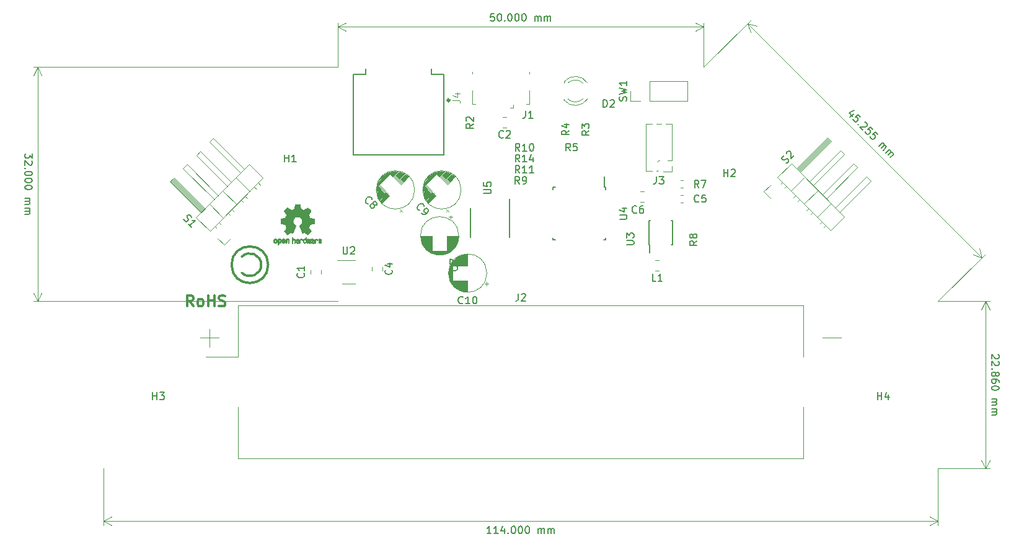
<source format=gbr>
G04 #@! TF.GenerationSoftware,KiCad,Pcbnew,(5.1.5)-3*
G04 #@! TF.CreationDate,2020-12-02T13:07:11-08:00*
G04 #@! TF.ProjectId,USonicTherminNoName,55536f6e-6963-4546-9865-726d696e4e6f,1.0*
G04 #@! TF.SameCoordinates,Original*
G04 #@! TF.FileFunction,Legend,Top*
G04 #@! TF.FilePolarity,Positive*
%FSLAX46Y46*%
G04 Gerber Fmt 4.6, Leading zero omitted, Abs format (unit mm)*
G04 Created by KiCad (PCBNEW (5.1.5)-3) date 2020-12-02 13:07:11*
%MOMM*%
%LPD*%
G04 APERTURE LIST*
%ADD10C,0.300000*%
%ADD11C,0.150000*%
%ADD12C,0.120000*%
%ADD13C,0.010000*%
%ADD14C,0.340000*%
%ADD15C,0.127000*%
%ADD16C,0.015000*%
G04 APERTURE END LIST*
D10*
X95399714Y-119598571D02*
X94899714Y-118884285D01*
X94542571Y-119598571D02*
X94542571Y-118098571D01*
X95114000Y-118098571D01*
X95256857Y-118170000D01*
X95328285Y-118241428D01*
X95399714Y-118384285D01*
X95399714Y-118598571D01*
X95328285Y-118741428D01*
X95256857Y-118812857D01*
X95114000Y-118884285D01*
X94542571Y-118884285D01*
X96256857Y-119598571D02*
X96114000Y-119527142D01*
X96042571Y-119455714D01*
X95971142Y-119312857D01*
X95971142Y-118884285D01*
X96042571Y-118741428D01*
X96114000Y-118670000D01*
X96256857Y-118598571D01*
X96471142Y-118598571D01*
X96614000Y-118670000D01*
X96685428Y-118741428D01*
X96756857Y-118884285D01*
X96756857Y-119312857D01*
X96685428Y-119455714D01*
X96614000Y-119527142D01*
X96471142Y-119598571D01*
X96256857Y-119598571D01*
X97399714Y-119598571D02*
X97399714Y-118098571D01*
X97399714Y-118812857D02*
X98256857Y-118812857D01*
X98256857Y-119598571D02*
X98256857Y-118098571D01*
X98899714Y-119527142D02*
X99114000Y-119598571D01*
X99471142Y-119598571D01*
X99614000Y-119527142D01*
X99685428Y-119455714D01*
X99756857Y-119312857D01*
X99756857Y-119170000D01*
X99685428Y-119027142D01*
X99614000Y-118955714D01*
X99471142Y-118884285D01*
X99185428Y-118812857D01*
X99042571Y-118741428D01*
X98971142Y-118670000D01*
X98899714Y-118527142D01*
X98899714Y-118384285D01*
X98971142Y-118241428D01*
X99042571Y-118170000D01*
X99185428Y-118098571D01*
X99542571Y-118098571D01*
X99756857Y-118170000D01*
D11*
X73391619Y-98729523D02*
X73391619Y-99348571D01*
X73010666Y-99015238D01*
X73010666Y-99158095D01*
X72963047Y-99253333D01*
X72915428Y-99300952D01*
X72820190Y-99348571D01*
X72582095Y-99348571D01*
X72486857Y-99300952D01*
X72439238Y-99253333D01*
X72391619Y-99158095D01*
X72391619Y-98872380D01*
X72439238Y-98777142D01*
X72486857Y-98729523D01*
X73296380Y-99729523D02*
X73344000Y-99777142D01*
X73391619Y-99872380D01*
X73391619Y-100110476D01*
X73344000Y-100205714D01*
X73296380Y-100253333D01*
X73201142Y-100300952D01*
X73105904Y-100300952D01*
X72963047Y-100253333D01*
X72391619Y-99681904D01*
X72391619Y-100300952D01*
X72486857Y-100729523D02*
X72439238Y-100777142D01*
X72391619Y-100729523D01*
X72439238Y-100681904D01*
X72486857Y-100729523D01*
X72391619Y-100729523D01*
X73391619Y-101396190D02*
X73391619Y-101491428D01*
X73344000Y-101586666D01*
X73296380Y-101634285D01*
X73201142Y-101681904D01*
X73010666Y-101729523D01*
X72772571Y-101729523D01*
X72582095Y-101681904D01*
X72486857Y-101634285D01*
X72439238Y-101586666D01*
X72391619Y-101491428D01*
X72391619Y-101396190D01*
X72439238Y-101300952D01*
X72486857Y-101253333D01*
X72582095Y-101205714D01*
X72772571Y-101158095D01*
X73010666Y-101158095D01*
X73201142Y-101205714D01*
X73296380Y-101253333D01*
X73344000Y-101300952D01*
X73391619Y-101396190D01*
X73391619Y-102348571D02*
X73391619Y-102443809D01*
X73344000Y-102539047D01*
X73296380Y-102586666D01*
X73201142Y-102634285D01*
X73010666Y-102681904D01*
X72772571Y-102681904D01*
X72582095Y-102634285D01*
X72486857Y-102586666D01*
X72439238Y-102539047D01*
X72391619Y-102443809D01*
X72391619Y-102348571D01*
X72439238Y-102253333D01*
X72486857Y-102205714D01*
X72582095Y-102158095D01*
X72772571Y-102110476D01*
X73010666Y-102110476D01*
X73201142Y-102158095D01*
X73296380Y-102205714D01*
X73344000Y-102253333D01*
X73391619Y-102348571D01*
X73391619Y-103300952D02*
X73391619Y-103396190D01*
X73344000Y-103491428D01*
X73296380Y-103539047D01*
X73201142Y-103586666D01*
X73010666Y-103634285D01*
X72772571Y-103634285D01*
X72582095Y-103586666D01*
X72486857Y-103539047D01*
X72439238Y-103491428D01*
X72391619Y-103396190D01*
X72391619Y-103300952D01*
X72439238Y-103205714D01*
X72486857Y-103158095D01*
X72582095Y-103110476D01*
X72772571Y-103062857D01*
X73010666Y-103062857D01*
X73201142Y-103110476D01*
X73296380Y-103158095D01*
X73344000Y-103205714D01*
X73391619Y-103300952D01*
X72391619Y-104824761D02*
X73058285Y-104824761D01*
X72963047Y-104824761D02*
X73010666Y-104872380D01*
X73058285Y-104967619D01*
X73058285Y-105110476D01*
X73010666Y-105205714D01*
X72915428Y-105253333D01*
X72391619Y-105253333D01*
X72915428Y-105253333D02*
X73010666Y-105300952D01*
X73058285Y-105396190D01*
X73058285Y-105539047D01*
X73010666Y-105634285D01*
X72915428Y-105681904D01*
X72391619Y-105681904D01*
X72391619Y-106158095D02*
X73058285Y-106158095D01*
X72963047Y-106158095D02*
X73010666Y-106205714D01*
X73058285Y-106300952D01*
X73058285Y-106443809D01*
X73010666Y-106539047D01*
X72915428Y-106586666D01*
X72391619Y-106586666D01*
X72915428Y-106586666D02*
X73010666Y-106634285D01*
X73058285Y-106729523D01*
X73058285Y-106872380D01*
X73010666Y-106967619D01*
X72915428Y-107015238D01*
X72391619Y-107015238D01*
D12*
X74114000Y-86920000D02*
X74114000Y-118920000D01*
X115114000Y-86920000D02*
X73527579Y-86920000D01*
X115114000Y-118920000D02*
X73527579Y-118920000D01*
X74114000Y-118920000D02*
X73527579Y-117793496D01*
X74114000Y-118920000D02*
X74700421Y-117793496D01*
X74114000Y-86920000D02*
X73527579Y-88046504D01*
X74114000Y-86920000D02*
X74700421Y-88046504D01*
D11*
X185570824Y-93277726D02*
X185099419Y-93749130D01*
X185671839Y-92839993D02*
X184998404Y-93176710D01*
X185436137Y-93614443D01*
X186513633Y-93749130D02*
X186176915Y-93412413D01*
X185806526Y-93715459D01*
X185873869Y-93715459D01*
X185974885Y-93749130D01*
X186143243Y-93917489D01*
X186176915Y-94018504D01*
X186176915Y-94085848D01*
X186143243Y-94186863D01*
X185974885Y-94355222D01*
X185873869Y-94388894D01*
X185806526Y-94388894D01*
X185705511Y-94355222D01*
X185537152Y-94186863D01*
X185503480Y-94085848D01*
X185503480Y-94018504D01*
X186210587Y-94725611D02*
X186210587Y-94792955D01*
X186143243Y-94792955D01*
X186143243Y-94725611D01*
X186210587Y-94725611D01*
X186143243Y-94792955D01*
X187086052Y-94456237D02*
X187153396Y-94456237D01*
X187254411Y-94489909D01*
X187422770Y-94658268D01*
X187456442Y-94759283D01*
X187456442Y-94826626D01*
X187422770Y-94927642D01*
X187355426Y-94994985D01*
X187220739Y-95062329D01*
X186412617Y-95062329D01*
X186850350Y-95500061D01*
X188197220Y-95432718D02*
X187860503Y-95096000D01*
X187490113Y-95399046D01*
X187557457Y-95399046D01*
X187658472Y-95432718D01*
X187826831Y-95601077D01*
X187860503Y-95702092D01*
X187860503Y-95769435D01*
X187826831Y-95870451D01*
X187658472Y-96038809D01*
X187557457Y-96072481D01*
X187490113Y-96072481D01*
X187389098Y-96038809D01*
X187220739Y-95870451D01*
X187187068Y-95769435D01*
X187187068Y-95702092D01*
X188870655Y-96106153D02*
X188533938Y-95769435D01*
X188163548Y-96072481D01*
X188230892Y-96072481D01*
X188331907Y-96106153D01*
X188500266Y-96274512D01*
X188533938Y-96375527D01*
X188533938Y-96442870D01*
X188500266Y-96543886D01*
X188331907Y-96712244D01*
X188230892Y-96745916D01*
X188163548Y-96745916D01*
X188062533Y-96712244D01*
X187894174Y-96543886D01*
X187860503Y-96442870D01*
X187860503Y-96375527D01*
X189039014Y-97688725D02*
X189510418Y-97217321D01*
X189443075Y-97284664D02*
X189510418Y-97284664D01*
X189611434Y-97318336D01*
X189712449Y-97419351D01*
X189746121Y-97520366D01*
X189712449Y-97621382D01*
X189342060Y-97991771D01*
X189712449Y-97621382D02*
X189813464Y-97587710D01*
X189914479Y-97621382D01*
X190015495Y-97722397D01*
X190049166Y-97823412D01*
X190015495Y-97924427D01*
X189645105Y-98294817D01*
X189981823Y-98631534D02*
X190453227Y-98160130D01*
X190385884Y-98227473D02*
X190453227Y-98227473D01*
X190554243Y-98261145D01*
X190655258Y-98362160D01*
X190688930Y-98463175D01*
X190655258Y-98564191D01*
X190284869Y-98934580D01*
X190655258Y-98564191D02*
X190756273Y-98530519D01*
X190857289Y-98564191D01*
X190958304Y-98665206D01*
X190991976Y-98766221D01*
X190958304Y-98867237D01*
X190587914Y-99237626D01*
D12*
X171114000Y-80920000D02*
X203114000Y-112920000D01*
X165114000Y-86920000D02*
X171528662Y-80505338D01*
X197114000Y-118920000D02*
X203528662Y-112505338D01*
X203114000Y-112920000D02*
X201902779Y-112538104D01*
X203114000Y-112920000D02*
X202732104Y-111708779D01*
X171114000Y-80920000D02*
X171495896Y-82131221D01*
X171114000Y-80920000D02*
X172325221Y-81301896D01*
D11*
X136494952Y-79602380D02*
X136018761Y-79602380D01*
X135971142Y-80078571D01*
X136018761Y-80030952D01*
X136114000Y-79983333D01*
X136352095Y-79983333D01*
X136447333Y-80030952D01*
X136494952Y-80078571D01*
X136542571Y-80173809D01*
X136542571Y-80411904D01*
X136494952Y-80507142D01*
X136447333Y-80554761D01*
X136352095Y-80602380D01*
X136114000Y-80602380D01*
X136018761Y-80554761D01*
X135971142Y-80507142D01*
X137161619Y-79602380D02*
X137256857Y-79602380D01*
X137352095Y-79650000D01*
X137399714Y-79697619D01*
X137447333Y-79792857D01*
X137494952Y-79983333D01*
X137494952Y-80221428D01*
X137447333Y-80411904D01*
X137399714Y-80507142D01*
X137352095Y-80554761D01*
X137256857Y-80602380D01*
X137161619Y-80602380D01*
X137066380Y-80554761D01*
X137018761Y-80507142D01*
X136971142Y-80411904D01*
X136923523Y-80221428D01*
X136923523Y-79983333D01*
X136971142Y-79792857D01*
X137018761Y-79697619D01*
X137066380Y-79650000D01*
X137161619Y-79602380D01*
X137923523Y-80507142D02*
X137971142Y-80554761D01*
X137923523Y-80602380D01*
X137875904Y-80554761D01*
X137923523Y-80507142D01*
X137923523Y-80602380D01*
X138590190Y-79602380D02*
X138685428Y-79602380D01*
X138780666Y-79650000D01*
X138828285Y-79697619D01*
X138875904Y-79792857D01*
X138923523Y-79983333D01*
X138923523Y-80221428D01*
X138875904Y-80411904D01*
X138828285Y-80507142D01*
X138780666Y-80554761D01*
X138685428Y-80602380D01*
X138590190Y-80602380D01*
X138494952Y-80554761D01*
X138447333Y-80507142D01*
X138399714Y-80411904D01*
X138352095Y-80221428D01*
X138352095Y-79983333D01*
X138399714Y-79792857D01*
X138447333Y-79697619D01*
X138494952Y-79650000D01*
X138590190Y-79602380D01*
X139542571Y-79602380D02*
X139637809Y-79602380D01*
X139733047Y-79650000D01*
X139780666Y-79697619D01*
X139828285Y-79792857D01*
X139875904Y-79983333D01*
X139875904Y-80221428D01*
X139828285Y-80411904D01*
X139780666Y-80507142D01*
X139733047Y-80554761D01*
X139637809Y-80602380D01*
X139542571Y-80602380D01*
X139447333Y-80554761D01*
X139399714Y-80507142D01*
X139352095Y-80411904D01*
X139304476Y-80221428D01*
X139304476Y-79983333D01*
X139352095Y-79792857D01*
X139399714Y-79697619D01*
X139447333Y-79650000D01*
X139542571Y-79602380D01*
X140494952Y-79602380D02*
X140590190Y-79602380D01*
X140685428Y-79650000D01*
X140733047Y-79697619D01*
X140780666Y-79792857D01*
X140828285Y-79983333D01*
X140828285Y-80221428D01*
X140780666Y-80411904D01*
X140733047Y-80507142D01*
X140685428Y-80554761D01*
X140590190Y-80602380D01*
X140494952Y-80602380D01*
X140399714Y-80554761D01*
X140352095Y-80507142D01*
X140304476Y-80411904D01*
X140256857Y-80221428D01*
X140256857Y-79983333D01*
X140304476Y-79792857D01*
X140352095Y-79697619D01*
X140399714Y-79650000D01*
X140494952Y-79602380D01*
X142018761Y-80602380D02*
X142018761Y-79935714D01*
X142018761Y-80030952D02*
X142066380Y-79983333D01*
X142161619Y-79935714D01*
X142304476Y-79935714D01*
X142399714Y-79983333D01*
X142447333Y-80078571D01*
X142447333Y-80602380D01*
X142447333Y-80078571D02*
X142494952Y-79983333D01*
X142590190Y-79935714D01*
X142733047Y-79935714D01*
X142828285Y-79983333D01*
X142875904Y-80078571D01*
X142875904Y-80602380D01*
X143352095Y-80602380D02*
X143352095Y-79935714D01*
X143352095Y-80030952D02*
X143399714Y-79983333D01*
X143494952Y-79935714D01*
X143637809Y-79935714D01*
X143733047Y-79983333D01*
X143780666Y-80078571D01*
X143780666Y-80602380D01*
X143780666Y-80078571D02*
X143828285Y-79983333D01*
X143923523Y-79935714D01*
X144066380Y-79935714D01*
X144161619Y-79983333D01*
X144209238Y-80078571D01*
X144209238Y-80602380D01*
D12*
X115114000Y-81420000D02*
X165114000Y-81420000D01*
X115114000Y-86920000D02*
X115114000Y-80833579D01*
X165114000Y-86920000D02*
X165114000Y-80833579D01*
X165114000Y-81420000D02*
X163987496Y-82006421D01*
X165114000Y-81420000D02*
X163987496Y-80833579D01*
X115114000Y-81420000D02*
X116240504Y-82006421D01*
X115114000Y-81420000D02*
X116240504Y-80833579D01*
D11*
X136066380Y-150642379D02*
X135494952Y-150642379D01*
X135780666Y-150642379D02*
X135780666Y-149642379D01*
X135685428Y-149785237D01*
X135590190Y-149880475D01*
X135494952Y-149928094D01*
X137018761Y-150642379D02*
X136447333Y-150642379D01*
X136733047Y-150642379D02*
X136733047Y-149642379D01*
X136637809Y-149785237D01*
X136542571Y-149880475D01*
X136447333Y-149928094D01*
X137875904Y-149975713D02*
X137875904Y-150642379D01*
X137637809Y-149594760D02*
X137399714Y-150309046D01*
X138018761Y-150309046D01*
X138399714Y-150547141D02*
X138447333Y-150594760D01*
X138399714Y-150642379D01*
X138352095Y-150594760D01*
X138399714Y-150547141D01*
X138399714Y-150642379D01*
X139066380Y-149642379D02*
X139161619Y-149642379D01*
X139256857Y-149689999D01*
X139304476Y-149737618D01*
X139352095Y-149832856D01*
X139399714Y-150023332D01*
X139399714Y-150261427D01*
X139352095Y-150451903D01*
X139304476Y-150547141D01*
X139256857Y-150594760D01*
X139161619Y-150642379D01*
X139066380Y-150642379D01*
X138971142Y-150594760D01*
X138923523Y-150547141D01*
X138875904Y-150451903D01*
X138828285Y-150261427D01*
X138828285Y-150023332D01*
X138875904Y-149832856D01*
X138923523Y-149737618D01*
X138971142Y-149689999D01*
X139066380Y-149642379D01*
X140018761Y-149642379D02*
X140114000Y-149642379D01*
X140209238Y-149689999D01*
X140256857Y-149737618D01*
X140304476Y-149832856D01*
X140352095Y-150023332D01*
X140352095Y-150261427D01*
X140304476Y-150451903D01*
X140256857Y-150547141D01*
X140209238Y-150594760D01*
X140114000Y-150642379D01*
X140018761Y-150642379D01*
X139923523Y-150594760D01*
X139875904Y-150547141D01*
X139828285Y-150451903D01*
X139780666Y-150261427D01*
X139780666Y-150023332D01*
X139828285Y-149832856D01*
X139875904Y-149737618D01*
X139923523Y-149689999D01*
X140018761Y-149642379D01*
X140971142Y-149642379D02*
X141066380Y-149642379D01*
X141161619Y-149689999D01*
X141209238Y-149737618D01*
X141256857Y-149832856D01*
X141304476Y-150023332D01*
X141304476Y-150261427D01*
X141256857Y-150451903D01*
X141209238Y-150547141D01*
X141161619Y-150594760D01*
X141066380Y-150642379D01*
X140971142Y-150642379D01*
X140875904Y-150594760D01*
X140828285Y-150547141D01*
X140780666Y-150451903D01*
X140733047Y-150261427D01*
X140733047Y-150023332D01*
X140780666Y-149832856D01*
X140828285Y-149737618D01*
X140875904Y-149689999D01*
X140971142Y-149642379D01*
X142494952Y-150642379D02*
X142494952Y-149975713D01*
X142494952Y-150070951D02*
X142542571Y-150023332D01*
X142637809Y-149975713D01*
X142780666Y-149975713D01*
X142875904Y-150023332D01*
X142923523Y-150118570D01*
X142923523Y-150642379D01*
X142923523Y-150118570D02*
X142971142Y-150023332D01*
X143066380Y-149975713D01*
X143209238Y-149975713D01*
X143304476Y-150023332D01*
X143352095Y-150118570D01*
X143352095Y-150642379D01*
X143828285Y-150642379D02*
X143828285Y-149975713D01*
X143828285Y-150070951D02*
X143875904Y-150023332D01*
X143971142Y-149975713D01*
X144114000Y-149975713D01*
X144209238Y-150023332D01*
X144256857Y-150118570D01*
X144256857Y-150642379D01*
X144256857Y-150118570D02*
X144304476Y-150023332D01*
X144399714Y-149975713D01*
X144542571Y-149975713D01*
X144637809Y-150023332D01*
X144685428Y-150118570D01*
X144685428Y-150642379D01*
D12*
X83114000Y-148919999D02*
X197114000Y-148919999D01*
X83114000Y-141780000D02*
X83114000Y-149506420D01*
X197114000Y-141780000D02*
X197114000Y-149506420D01*
X197114000Y-148919999D02*
X195987496Y-149506420D01*
X197114000Y-148919999D02*
X195987496Y-148333578D01*
X83114000Y-148919999D02*
X84240504Y-149506420D01*
X83114000Y-148919999D02*
X84240504Y-148333578D01*
D11*
X205336380Y-126207142D02*
X205384000Y-126254761D01*
X205431619Y-126350000D01*
X205431619Y-126588095D01*
X205384000Y-126683333D01*
X205336380Y-126730952D01*
X205241142Y-126778571D01*
X205145904Y-126778571D01*
X205003047Y-126730952D01*
X204431619Y-126159523D01*
X204431619Y-126778571D01*
X205336380Y-127159523D02*
X205384000Y-127207142D01*
X205431619Y-127302380D01*
X205431619Y-127540476D01*
X205384000Y-127635714D01*
X205336380Y-127683333D01*
X205241142Y-127730952D01*
X205145904Y-127730952D01*
X205003047Y-127683333D01*
X204431619Y-127111904D01*
X204431619Y-127730952D01*
X204526857Y-128159523D02*
X204479238Y-128207142D01*
X204431619Y-128159523D01*
X204479238Y-128111904D01*
X204526857Y-128159523D01*
X204431619Y-128159523D01*
X205003047Y-128778571D02*
X205050666Y-128683333D01*
X205098285Y-128635714D01*
X205193523Y-128588095D01*
X205241142Y-128588095D01*
X205336380Y-128635714D01*
X205384000Y-128683333D01*
X205431619Y-128778571D01*
X205431619Y-128969047D01*
X205384000Y-129064285D01*
X205336380Y-129111904D01*
X205241142Y-129159523D01*
X205193523Y-129159523D01*
X205098285Y-129111904D01*
X205050666Y-129064285D01*
X205003047Y-128969047D01*
X205003047Y-128778571D01*
X204955428Y-128683333D01*
X204907809Y-128635714D01*
X204812571Y-128588095D01*
X204622095Y-128588095D01*
X204526857Y-128635714D01*
X204479238Y-128683333D01*
X204431619Y-128778571D01*
X204431619Y-128969047D01*
X204479238Y-129064285D01*
X204526857Y-129111904D01*
X204622095Y-129159523D01*
X204812571Y-129159523D01*
X204907809Y-129111904D01*
X204955428Y-129064285D01*
X205003047Y-128969047D01*
X205431619Y-130016666D02*
X205431619Y-129826190D01*
X205384000Y-129730952D01*
X205336380Y-129683333D01*
X205193523Y-129588095D01*
X205003047Y-129540476D01*
X204622095Y-129540476D01*
X204526857Y-129588095D01*
X204479238Y-129635714D01*
X204431619Y-129730952D01*
X204431619Y-129921428D01*
X204479238Y-130016666D01*
X204526857Y-130064285D01*
X204622095Y-130111904D01*
X204860190Y-130111904D01*
X204955428Y-130064285D01*
X205003047Y-130016666D01*
X205050666Y-129921428D01*
X205050666Y-129730952D01*
X205003047Y-129635714D01*
X204955428Y-129588095D01*
X204860190Y-129540476D01*
X205431619Y-130730952D02*
X205431619Y-130826190D01*
X205384000Y-130921428D01*
X205336380Y-130969047D01*
X205241142Y-131016666D01*
X205050666Y-131064285D01*
X204812571Y-131064285D01*
X204622095Y-131016666D01*
X204526857Y-130969047D01*
X204479238Y-130921428D01*
X204431619Y-130826190D01*
X204431619Y-130730952D01*
X204479238Y-130635714D01*
X204526857Y-130588095D01*
X204622095Y-130540476D01*
X204812571Y-130492857D01*
X205050666Y-130492857D01*
X205241142Y-130540476D01*
X205336380Y-130588095D01*
X205384000Y-130635714D01*
X205431619Y-130730952D01*
X204431619Y-132254761D02*
X205098285Y-132254761D01*
X205003047Y-132254761D02*
X205050666Y-132302380D01*
X205098285Y-132397619D01*
X205098285Y-132540476D01*
X205050666Y-132635714D01*
X204955428Y-132683333D01*
X204431619Y-132683333D01*
X204955428Y-132683333D02*
X205050666Y-132730952D01*
X205098285Y-132826190D01*
X205098285Y-132969047D01*
X205050666Y-133064285D01*
X204955428Y-133111904D01*
X204431619Y-133111904D01*
X204431619Y-133588095D02*
X205098285Y-133588095D01*
X205003047Y-133588095D02*
X205050666Y-133635714D01*
X205098285Y-133730952D01*
X205098285Y-133873809D01*
X205050666Y-133969047D01*
X204955428Y-134016666D01*
X204431619Y-134016666D01*
X204955428Y-134016666D02*
X205050666Y-134064285D01*
X205098285Y-134159523D01*
X205098285Y-134302380D01*
X205050666Y-134397619D01*
X204955428Y-134445238D01*
X204431619Y-134445238D01*
D12*
X203614000Y-118920000D02*
X203614000Y-141780000D01*
X197114000Y-118920000D02*
X204200421Y-118920000D01*
X197114000Y-141780000D02*
X204200421Y-141780000D01*
X203614000Y-141780000D02*
X203027579Y-140653496D01*
X203614000Y-141780000D02*
X204200421Y-140653496D01*
X203614000Y-118920000D02*
X203027579Y-120046504D01*
X203614000Y-118920000D02*
X204200421Y-120046504D01*
D13*
G36*
X109717910Y-105662348D02*
G01*
X109796454Y-105662778D01*
X109853298Y-105663942D01*
X109892105Y-105666207D01*
X109916538Y-105669940D01*
X109930262Y-105675506D01*
X109936940Y-105683273D01*
X109940236Y-105693605D01*
X109940556Y-105694943D01*
X109945562Y-105719079D01*
X109954829Y-105766701D01*
X109967392Y-105832741D01*
X109982287Y-105912128D01*
X109998551Y-105999796D01*
X109999119Y-106002875D01*
X110015410Y-106088789D01*
X110030652Y-106164696D01*
X110043861Y-106226045D01*
X110054054Y-106268282D01*
X110060248Y-106286855D01*
X110060543Y-106287184D01*
X110078788Y-106296253D01*
X110116405Y-106311367D01*
X110165271Y-106329262D01*
X110165543Y-106329358D01*
X110227093Y-106352493D01*
X110299657Y-106381965D01*
X110368057Y-106411597D01*
X110371294Y-106413062D01*
X110482702Y-106463626D01*
X110729399Y-106295160D01*
X110805077Y-106243803D01*
X110873631Y-106197889D01*
X110931088Y-106160030D01*
X110973476Y-106132837D01*
X110996825Y-106118921D01*
X110999042Y-106117889D01*
X111016010Y-106122484D01*
X111047701Y-106144655D01*
X111095352Y-106185447D01*
X111160198Y-106245905D01*
X111226397Y-106310227D01*
X111290214Y-106373612D01*
X111347329Y-106431451D01*
X111394305Y-106480175D01*
X111427703Y-106516210D01*
X111444085Y-106535984D01*
X111444694Y-106537002D01*
X111446505Y-106550572D01*
X111439683Y-106572733D01*
X111422540Y-106606478D01*
X111393393Y-106654800D01*
X111350555Y-106720692D01*
X111293448Y-106805517D01*
X111242766Y-106880177D01*
X111197461Y-106947140D01*
X111160150Y-107002516D01*
X111133452Y-107042420D01*
X111119985Y-107062962D01*
X111119137Y-107064356D01*
X111120781Y-107084038D01*
X111133245Y-107122293D01*
X111154048Y-107171889D01*
X111161462Y-107187728D01*
X111193814Y-107258290D01*
X111228328Y-107338353D01*
X111256365Y-107407629D01*
X111276568Y-107459045D01*
X111292615Y-107498119D01*
X111301888Y-107518541D01*
X111303041Y-107520114D01*
X111320096Y-107522721D01*
X111360298Y-107529863D01*
X111418302Y-107540523D01*
X111488763Y-107553685D01*
X111566335Y-107568333D01*
X111645672Y-107583449D01*
X111721431Y-107598018D01*
X111788264Y-107611022D01*
X111840828Y-107621445D01*
X111873776Y-107628270D01*
X111881857Y-107630199D01*
X111890205Y-107634962D01*
X111896506Y-107645718D01*
X111901045Y-107666098D01*
X111904104Y-107699734D01*
X111905967Y-107750255D01*
X111906918Y-107821292D01*
X111907240Y-107916476D01*
X111907257Y-107955492D01*
X111907257Y-108272799D01*
X111831057Y-108287839D01*
X111788663Y-108295995D01*
X111725400Y-108307899D01*
X111648962Y-108322116D01*
X111567043Y-108337210D01*
X111544400Y-108341355D01*
X111468806Y-108356053D01*
X111402953Y-108370505D01*
X111352366Y-108383375D01*
X111322574Y-108393322D01*
X111317612Y-108396287D01*
X111305426Y-108417283D01*
X111287953Y-108457967D01*
X111268577Y-108510322D01*
X111264734Y-108521600D01*
X111239339Y-108591523D01*
X111207817Y-108670418D01*
X111176969Y-108741266D01*
X111176817Y-108741595D01*
X111125447Y-108852733D01*
X111294399Y-109101253D01*
X111463352Y-109349772D01*
X111246429Y-109567058D01*
X111180819Y-109631726D01*
X111120979Y-109688733D01*
X111070267Y-109735033D01*
X111032046Y-109767584D01*
X111009675Y-109783343D01*
X111006466Y-109784343D01*
X110987626Y-109776469D01*
X110949180Y-109754578D01*
X110895330Y-109721267D01*
X110830276Y-109679131D01*
X110759940Y-109631943D01*
X110688555Y-109583810D01*
X110624908Y-109541928D01*
X110573041Y-109508871D01*
X110536995Y-109487218D01*
X110520867Y-109479543D01*
X110501189Y-109486037D01*
X110463875Y-109503150D01*
X110416621Y-109527326D01*
X110411612Y-109530013D01*
X110347977Y-109561927D01*
X110304341Y-109577579D01*
X110277202Y-109577745D01*
X110263057Y-109563204D01*
X110262975Y-109563000D01*
X110255905Y-109545779D01*
X110239042Y-109504899D01*
X110213695Y-109443525D01*
X110181171Y-109364819D01*
X110142778Y-109271947D01*
X110099822Y-109168072D01*
X110058222Y-109067502D01*
X110012504Y-108956516D01*
X109970526Y-108853703D01*
X109933548Y-108762215D01*
X109902827Y-108685201D01*
X109879622Y-108625815D01*
X109865190Y-108587209D01*
X109860743Y-108572800D01*
X109871896Y-108556272D01*
X109901069Y-108529930D01*
X109939971Y-108500887D01*
X110050757Y-108409039D01*
X110137351Y-108303759D01*
X110198716Y-108187266D01*
X110233815Y-108061776D01*
X110241608Y-107929507D01*
X110235943Y-107868457D01*
X110205078Y-107741795D01*
X110151920Y-107629941D01*
X110079767Y-107534001D01*
X109991917Y-107455076D01*
X109891665Y-107394270D01*
X109782310Y-107352687D01*
X109667147Y-107331428D01*
X109549475Y-107331599D01*
X109432590Y-107354301D01*
X109319789Y-107400638D01*
X109214369Y-107471713D01*
X109170368Y-107511911D01*
X109085979Y-107615129D01*
X109027222Y-107727925D01*
X108993704Y-107847010D01*
X108985035Y-107969095D01*
X109000823Y-108090893D01*
X109040678Y-108209116D01*
X109104207Y-108320475D01*
X109191021Y-108421684D01*
X109288029Y-108500887D01*
X109328437Y-108531162D01*
X109356982Y-108557219D01*
X109367257Y-108572825D01*
X109361877Y-108589843D01*
X109346575Y-108630500D01*
X109322612Y-108691642D01*
X109291244Y-108770119D01*
X109253732Y-108862780D01*
X109211333Y-108966472D01*
X109169663Y-109067526D01*
X109123690Y-109178607D01*
X109081107Y-109281541D01*
X109043221Y-109373165D01*
X109011340Y-109450316D01*
X108986771Y-109509831D01*
X108970820Y-109548544D01*
X108964910Y-109563000D01*
X108950948Y-109577685D01*
X108923940Y-109577642D01*
X108880413Y-109562099D01*
X108816890Y-109530284D01*
X108816388Y-109530013D01*
X108768560Y-109505323D01*
X108729897Y-109487338D01*
X108708095Y-109479614D01*
X108707133Y-109479543D01*
X108690721Y-109487378D01*
X108654487Y-109509165D01*
X108602474Y-109542328D01*
X108538725Y-109584291D01*
X108468060Y-109631943D01*
X108396116Y-109680191D01*
X108331274Y-109722151D01*
X108277735Y-109755227D01*
X108239697Y-109776821D01*
X108221533Y-109784343D01*
X108204808Y-109774457D01*
X108171180Y-109746826D01*
X108124010Y-109704495D01*
X108066658Y-109650505D01*
X108002484Y-109587899D01*
X107981497Y-109566983D01*
X107764499Y-109349623D01*
X107929668Y-109107220D01*
X107979864Y-109032781D01*
X108023919Y-108965972D01*
X108059362Y-108910665D01*
X108083719Y-108870729D01*
X108094522Y-108850036D01*
X108094838Y-108848563D01*
X108089143Y-108829058D01*
X108073826Y-108789822D01*
X108051537Y-108737430D01*
X108035893Y-108702355D01*
X108006641Y-108635201D01*
X107979094Y-108567358D01*
X107957737Y-108510034D01*
X107951935Y-108492572D01*
X107935452Y-108445938D01*
X107919340Y-108409905D01*
X107910490Y-108396287D01*
X107890960Y-108387952D01*
X107848334Y-108376137D01*
X107788145Y-108362181D01*
X107715922Y-108347422D01*
X107683600Y-108341355D01*
X107601522Y-108326273D01*
X107522795Y-108311669D01*
X107455109Y-108298980D01*
X107406160Y-108289642D01*
X107396943Y-108287839D01*
X107320743Y-108272799D01*
X107320743Y-107955492D01*
X107320914Y-107851154D01*
X107321616Y-107772213D01*
X107323134Y-107715038D01*
X107325749Y-107675999D01*
X107329746Y-107651465D01*
X107335409Y-107637805D01*
X107343020Y-107631389D01*
X107346143Y-107630199D01*
X107364978Y-107625980D01*
X107406588Y-107617562D01*
X107465630Y-107605961D01*
X107536757Y-107592195D01*
X107614625Y-107577280D01*
X107693887Y-107562232D01*
X107769198Y-107548069D01*
X107835213Y-107535806D01*
X107886587Y-107526461D01*
X107917975Y-107521050D01*
X107924959Y-107520114D01*
X107931285Y-107507596D01*
X107945290Y-107474246D01*
X107964355Y-107426377D01*
X107971634Y-107407629D01*
X108000996Y-107335195D01*
X108035571Y-107255170D01*
X108066537Y-107187728D01*
X108089323Y-107136159D01*
X108104482Y-107093785D01*
X108109542Y-107067834D01*
X108108736Y-107064356D01*
X108098041Y-107047936D01*
X108073620Y-107011417D01*
X108038095Y-106958687D01*
X107994087Y-106893635D01*
X107944217Y-106820151D01*
X107934356Y-106805645D01*
X107876492Y-106719704D01*
X107833956Y-106654261D01*
X107805054Y-106606304D01*
X107788090Y-106572820D01*
X107781367Y-106550795D01*
X107783190Y-106537217D01*
X107783236Y-106537131D01*
X107797586Y-106519297D01*
X107829323Y-106484817D01*
X107875010Y-106437268D01*
X107931204Y-106380222D01*
X107994468Y-106317255D01*
X108001602Y-106310227D01*
X108081330Y-106233020D01*
X108142857Y-106176330D01*
X108187421Y-106139110D01*
X108216257Y-106120315D01*
X108228958Y-106117889D01*
X108247494Y-106128471D01*
X108285961Y-106152916D01*
X108340386Y-106188612D01*
X108406798Y-106232947D01*
X108481225Y-106283311D01*
X108498601Y-106295160D01*
X108745297Y-106463626D01*
X108856706Y-106413062D01*
X108924457Y-106383595D01*
X108997183Y-106353959D01*
X109059703Y-106330330D01*
X109062457Y-106329358D01*
X109111360Y-106311457D01*
X109149057Y-106296320D01*
X109167425Y-106287210D01*
X109167456Y-106287184D01*
X109173285Y-106270717D01*
X109183192Y-106230219D01*
X109196195Y-106170242D01*
X109211309Y-106095340D01*
X109227552Y-106010064D01*
X109228881Y-106002875D01*
X109245175Y-105915014D01*
X109260133Y-105835260D01*
X109272791Y-105768681D01*
X109282186Y-105720347D01*
X109287354Y-105695325D01*
X109287444Y-105694943D01*
X109290589Y-105684299D01*
X109296704Y-105676262D01*
X109309453Y-105670467D01*
X109332500Y-105666547D01*
X109369509Y-105664135D01*
X109424144Y-105662865D01*
X109500067Y-105662371D01*
X109600944Y-105662286D01*
X109614000Y-105662286D01*
X109717910Y-105662348D01*
G37*
X109717910Y-105662348D02*
X109796454Y-105662778D01*
X109853298Y-105663942D01*
X109892105Y-105666207D01*
X109916538Y-105669940D01*
X109930262Y-105675506D01*
X109936940Y-105683273D01*
X109940236Y-105693605D01*
X109940556Y-105694943D01*
X109945562Y-105719079D01*
X109954829Y-105766701D01*
X109967392Y-105832741D01*
X109982287Y-105912128D01*
X109998551Y-105999796D01*
X109999119Y-106002875D01*
X110015410Y-106088789D01*
X110030652Y-106164696D01*
X110043861Y-106226045D01*
X110054054Y-106268282D01*
X110060248Y-106286855D01*
X110060543Y-106287184D01*
X110078788Y-106296253D01*
X110116405Y-106311367D01*
X110165271Y-106329262D01*
X110165543Y-106329358D01*
X110227093Y-106352493D01*
X110299657Y-106381965D01*
X110368057Y-106411597D01*
X110371294Y-106413062D01*
X110482702Y-106463626D01*
X110729399Y-106295160D01*
X110805077Y-106243803D01*
X110873631Y-106197889D01*
X110931088Y-106160030D01*
X110973476Y-106132837D01*
X110996825Y-106118921D01*
X110999042Y-106117889D01*
X111016010Y-106122484D01*
X111047701Y-106144655D01*
X111095352Y-106185447D01*
X111160198Y-106245905D01*
X111226397Y-106310227D01*
X111290214Y-106373612D01*
X111347329Y-106431451D01*
X111394305Y-106480175D01*
X111427703Y-106516210D01*
X111444085Y-106535984D01*
X111444694Y-106537002D01*
X111446505Y-106550572D01*
X111439683Y-106572733D01*
X111422540Y-106606478D01*
X111393393Y-106654800D01*
X111350555Y-106720692D01*
X111293448Y-106805517D01*
X111242766Y-106880177D01*
X111197461Y-106947140D01*
X111160150Y-107002516D01*
X111133452Y-107042420D01*
X111119985Y-107062962D01*
X111119137Y-107064356D01*
X111120781Y-107084038D01*
X111133245Y-107122293D01*
X111154048Y-107171889D01*
X111161462Y-107187728D01*
X111193814Y-107258290D01*
X111228328Y-107338353D01*
X111256365Y-107407629D01*
X111276568Y-107459045D01*
X111292615Y-107498119D01*
X111301888Y-107518541D01*
X111303041Y-107520114D01*
X111320096Y-107522721D01*
X111360298Y-107529863D01*
X111418302Y-107540523D01*
X111488763Y-107553685D01*
X111566335Y-107568333D01*
X111645672Y-107583449D01*
X111721431Y-107598018D01*
X111788264Y-107611022D01*
X111840828Y-107621445D01*
X111873776Y-107628270D01*
X111881857Y-107630199D01*
X111890205Y-107634962D01*
X111896506Y-107645718D01*
X111901045Y-107666098D01*
X111904104Y-107699734D01*
X111905967Y-107750255D01*
X111906918Y-107821292D01*
X111907240Y-107916476D01*
X111907257Y-107955492D01*
X111907257Y-108272799D01*
X111831057Y-108287839D01*
X111788663Y-108295995D01*
X111725400Y-108307899D01*
X111648962Y-108322116D01*
X111567043Y-108337210D01*
X111544400Y-108341355D01*
X111468806Y-108356053D01*
X111402953Y-108370505D01*
X111352366Y-108383375D01*
X111322574Y-108393322D01*
X111317612Y-108396287D01*
X111305426Y-108417283D01*
X111287953Y-108457967D01*
X111268577Y-108510322D01*
X111264734Y-108521600D01*
X111239339Y-108591523D01*
X111207817Y-108670418D01*
X111176969Y-108741266D01*
X111176817Y-108741595D01*
X111125447Y-108852733D01*
X111294399Y-109101253D01*
X111463352Y-109349772D01*
X111246429Y-109567058D01*
X111180819Y-109631726D01*
X111120979Y-109688733D01*
X111070267Y-109735033D01*
X111032046Y-109767584D01*
X111009675Y-109783343D01*
X111006466Y-109784343D01*
X110987626Y-109776469D01*
X110949180Y-109754578D01*
X110895330Y-109721267D01*
X110830276Y-109679131D01*
X110759940Y-109631943D01*
X110688555Y-109583810D01*
X110624908Y-109541928D01*
X110573041Y-109508871D01*
X110536995Y-109487218D01*
X110520867Y-109479543D01*
X110501189Y-109486037D01*
X110463875Y-109503150D01*
X110416621Y-109527326D01*
X110411612Y-109530013D01*
X110347977Y-109561927D01*
X110304341Y-109577579D01*
X110277202Y-109577745D01*
X110263057Y-109563204D01*
X110262975Y-109563000D01*
X110255905Y-109545779D01*
X110239042Y-109504899D01*
X110213695Y-109443525D01*
X110181171Y-109364819D01*
X110142778Y-109271947D01*
X110099822Y-109168072D01*
X110058222Y-109067502D01*
X110012504Y-108956516D01*
X109970526Y-108853703D01*
X109933548Y-108762215D01*
X109902827Y-108685201D01*
X109879622Y-108625815D01*
X109865190Y-108587209D01*
X109860743Y-108572800D01*
X109871896Y-108556272D01*
X109901069Y-108529930D01*
X109939971Y-108500887D01*
X110050757Y-108409039D01*
X110137351Y-108303759D01*
X110198716Y-108187266D01*
X110233815Y-108061776D01*
X110241608Y-107929507D01*
X110235943Y-107868457D01*
X110205078Y-107741795D01*
X110151920Y-107629941D01*
X110079767Y-107534001D01*
X109991917Y-107455076D01*
X109891665Y-107394270D01*
X109782310Y-107352687D01*
X109667147Y-107331428D01*
X109549475Y-107331599D01*
X109432590Y-107354301D01*
X109319789Y-107400638D01*
X109214369Y-107471713D01*
X109170368Y-107511911D01*
X109085979Y-107615129D01*
X109027222Y-107727925D01*
X108993704Y-107847010D01*
X108985035Y-107969095D01*
X109000823Y-108090893D01*
X109040678Y-108209116D01*
X109104207Y-108320475D01*
X109191021Y-108421684D01*
X109288029Y-108500887D01*
X109328437Y-108531162D01*
X109356982Y-108557219D01*
X109367257Y-108572825D01*
X109361877Y-108589843D01*
X109346575Y-108630500D01*
X109322612Y-108691642D01*
X109291244Y-108770119D01*
X109253732Y-108862780D01*
X109211333Y-108966472D01*
X109169663Y-109067526D01*
X109123690Y-109178607D01*
X109081107Y-109281541D01*
X109043221Y-109373165D01*
X109011340Y-109450316D01*
X108986771Y-109509831D01*
X108970820Y-109548544D01*
X108964910Y-109563000D01*
X108950948Y-109577685D01*
X108923940Y-109577642D01*
X108880413Y-109562099D01*
X108816890Y-109530284D01*
X108816388Y-109530013D01*
X108768560Y-109505323D01*
X108729897Y-109487338D01*
X108708095Y-109479614D01*
X108707133Y-109479543D01*
X108690721Y-109487378D01*
X108654487Y-109509165D01*
X108602474Y-109542328D01*
X108538725Y-109584291D01*
X108468060Y-109631943D01*
X108396116Y-109680191D01*
X108331274Y-109722151D01*
X108277735Y-109755227D01*
X108239697Y-109776821D01*
X108221533Y-109784343D01*
X108204808Y-109774457D01*
X108171180Y-109746826D01*
X108124010Y-109704495D01*
X108066658Y-109650505D01*
X108002484Y-109587899D01*
X107981497Y-109566983D01*
X107764499Y-109349623D01*
X107929668Y-109107220D01*
X107979864Y-109032781D01*
X108023919Y-108965972D01*
X108059362Y-108910665D01*
X108083719Y-108870729D01*
X108094522Y-108850036D01*
X108094838Y-108848563D01*
X108089143Y-108829058D01*
X108073826Y-108789822D01*
X108051537Y-108737430D01*
X108035893Y-108702355D01*
X108006641Y-108635201D01*
X107979094Y-108567358D01*
X107957737Y-108510034D01*
X107951935Y-108492572D01*
X107935452Y-108445938D01*
X107919340Y-108409905D01*
X107910490Y-108396287D01*
X107890960Y-108387952D01*
X107848334Y-108376137D01*
X107788145Y-108362181D01*
X107715922Y-108347422D01*
X107683600Y-108341355D01*
X107601522Y-108326273D01*
X107522795Y-108311669D01*
X107455109Y-108298980D01*
X107406160Y-108289642D01*
X107396943Y-108287839D01*
X107320743Y-108272799D01*
X107320743Y-107955492D01*
X107320914Y-107851154D01*
X107321616Y-107772213D01*
X107323134Y-107715038D01*
X107325749Y-107675999D01*
X107329746Y-107651465D01*
X107335409Y-107637805D01*
X107343020Y-107631389D01*
X107346143Y-107630199D01*
X107364978Y-107625980D01*
X107406588Y-107617562D01*
X107465630Y-107605961D01*
X107536757Y-107592195D01*
X107614625Y-107577280D01*
X107693887Y-107562232D01*
X107769198Y-107548069D01*
X107835213Y-107535806D01*
X107886587Y-107526461D01*
X107917975Y-107521050D01*
X107924959Y-107520114D01*
X107931285Y-107507596D01*
X107945290Y-107474246D01*
X107964355Y-107426377D01*
X107971634Y-107407629D01*
X108000996Y-107335195D01*
X108035571Y-107255170D01*
X108066537Y-107187728D01*
X108089323Y-107136159D01*
X108104482Y-107093785D01*
X108109542Y-107067834D01*
X108108736Y-107064356D01*
X108098041Y-107047936D01*
X108073620Y-107011417D01*
X108038095Y-106958687D01*
X107994087Y-106893635D01*
X107944217Y-106820151D01*
X107934356Y-106805645D01*
X107876492Y-106719704D01*
X107833956Y-106654261D01*
X107805054Y-106606304D01*
X107788090Y-106572820D01*
X107781367Y-106550795D01*
X107783190Y-106537217D01*
X107783236Y-106537131D01*
X107797586Y-106519297D01*
X107829323Y-106484817D01*
X107875010Y-106437268D01*
X107931204Y-106380222D01*
X107994468Y-106317255D01*
X108001602Y-106310227D01*
X108081330Y-106233020D01*
X108142857Y-106176330D01*
X108187421Y-106139110D01*
X108216257Y-106120315D01*
X108228958Y-106117889D01*
X108247494Y-106128471D01*
X108285961Y-106152916D01*
X108340386Y-106188612D01*
X108406798Y-106232947D01*
X108481225Y-106283311D01*
X108498601Y-106295160D01*
X108745297Y-106463626D01*
X108856706Y-106413062D01*
X108924457Y-106383595D01*
X108997183Y-106353959D01*
X109059703Y-106330330D01*
X109062457Y-106329358D01*
X109111360Y-106311457D01*
X109149057Y-106296320D01*
X109167425Y-106287210D01*
X109167456Y-106287184D01*
X109173285Y-106270717D01*
X109183192Y-106230219D01*
X109196195Y-106170242D01*
X109211309Y-106095340D01*
X109227552Y-106010064D01*
X109228881Y-106002875D01*
X109245175Y-105915014D01*
X109260133Y-105835260D01*
X109272791Y-105768681D01*
X109282186Y-105720347D01*
X109287354Y-105695325D01*
X109287444Y-105694943D01*
X109290589Y-105684299D01*
X109296704Y-105676262D01*
X109309453Y-105670467D01*
X109332500Y-105666547D01*
X109369509Y-105664135D01*
X109424144Y-105662865D01*
X109500067Y-105662371D01*
X109600944Y-105662286D01*
X109614000Y-105662286D01*
X109717910Y-105662348D01*
G36*
X112767595Y-110386966D02*
G01*
X112825021Y-110424497D01*
X112852719Y-110458096D01*
X112874662Y-110519064D01*
X112876405Y-110567308D01*
X112872457Y-110631816D01*
X112723686Y-110696934D01*
X112651349Y-110730202D01*
X112604084Y-110756964D01*
X112579507Y-110780144D01*
X112575237Y-110802667D01*
X112588889Y-110827455D01*
X112603943Y-110843886D01*
X112647746Y-110870235D01*
X112695389Y-110872081D01*
X112739145Y-110851546D01*
X112771289Y-110810752D01*
X112777038Y-110796347D01*
X112804576Y-110751356D01*
X112836258Y-110732182D01*
X112879714Y-110715779D01*
X112879714Y-110777966D01*
X112875872Y-110820283D01*
X112860823Y-110855969D01*
X112829280Y-110896943D01*
X112824592Y-110902267D01*
X112789506Y-110938720D01*
X112759347Y-110958283D01*
X112721615Y-110967283D01*
X112690335Y-110970230D01*
X112634385Y-110970965D01*
X112594555Y-110961660D01*
X112569708Y-110947846D01*
X112530656Y-110917467D01*
X112503625Y-110884613D01*
X112486517Y-110843294D01*
X112477238Y-110787521D01*
X112473693Y-110711305D01*
X112473410Y-110672622D01*
X112474372Y-110626247D01*
X112562007Y-110626247D01*
X112563023Y-110651126D01*
X112565556Y-110655200D01*
X112582274Y-110649665D01*
X112618249Y-110635017D01*
X112666331Y-110614190D01*
X112676386Y-110609714D01*
X112737152Y-110578814D01*
X112770632Y-110551657D01*
X112777990Y-110526220D01*
X112760391Y-110500481D01*
X112745856Y-110489109D01*
X112693410Y-110466364D01*
X112644322Y-110470122D01*
X112603227Y-110497884D01*
X112574758Y-110547152D01*
X112565631Y-110586257D01*
X112562007Y-110626247D01*
X112474372Y-110626247D01*
X112475285Y-110582249D01*
X112482196Y-110515384D01*
X112495884Y-110466695D01*
X112518096Y-110430849D01*
X112550574Y-110402513D01*
X112564733Y-110393355D01*
X112629053Y-110369507D01*
X112699473Y-110368006D01*
X112767595Y-110386966D01*
G37*
X112767595Y-110386966D02*
X112825021Y-110424497D01*
X112852719Y-110458096D01*
X112874662Y-110519064D01*
X112876405Y-110567308D01*
X112872457Y-110631816D01*
X112723686Y-110696934D01*
X112651349Y-110730202D01*
X112604084Y-110756964D01*
X112579507Y-110780144D01*
X112575237Y-110802667D01*
X112588889Y-110827455D01*
X112603943Y-110843886D01*
X112647746Y-110870235D01*
X112695389Y-110872081D01*
X112739145Y-110851546D01*
X112771289Y-110810752D01*
X112777038Y-110796347D01*
X112804576Y-110751356D01*
X112836258Y-110732182D01*
X112879714Y-110715779D01*
X112879714Y-110777966D01*
X112875872Y-110820283D01*
X112860823Y-110855969D01*
X112829280Y-110896943D01*
X112824592Y-110902267D01*
X112789506Y-110938720D01*
X112759347Y-110958283D01*
X112721615Y-110967283D01*
X112690335Y-110970230D01*
X112634385Y-110970965D01*
X112594555Y-110961660D01*
X112569708Y-110947846D01*
X112530656Y-110917467D01*
X112503625Y-110884613D01*
X112486517Y-110843294D01*
X112477238Y-110787521D01*
X112473693Y-110711305D01*
X112473410Y-110672622D01*
X112474372Y-110626247D01*
X112562007Y-110626247D01*
X112563023Y-110651126D01*
X112565556Y-110655200D01*
X112582274Y-110649665D01*
X112618249Y-110635017D01*
X112666331Y-110614190D01*
X112676386Y-110609714D01*
X112737152Y-110578814D01*
X112770632Y-110551657D01*
X112777990Y-110526220D01*
X112760391Y-110500481D01*
X112745856Y-110489109D01*
X112693410Y-110466364D01*
X112644322Y-110470122D01*
X112603227Y-110497884D01*
X112574758Y-110547152D01*
X112565631Y-110586257D01*
X112562007Y-110626247D01*
X112474372Y-110626247D01*
X112475285Y-110582249D01*
X112482196Y-110515384D01*
X112495884Y-110466695D01*
X112518096Y-110430849D01*
X112550574Y-110402513D01*
X112564733Y-110393355D01*
X112629053Y-110369507D01*
X112699473Y-110368006D01*
X112767595Y-110386966D01*
G36*
X112266600Y-110378752D02*
G01*
X112283948Y-110386334D01*
X112325356Y-110419128D01*
X112360765Y-110466547D01*
X112382664Y-110517151D01*
X112386229Y-110542098D01*
X112374279Y-110576927D01*
X112348067Y-110595357D01*
X112319964Y-110606516D01*
X112307095Y-110608572D01*
X112300829Y-110593649D01*
X112288456Y-110561175D01*
X112283028Y-110546502D01*
X112252590Y-110495744D01*
X112208520Y-110470427D01*
X112152010Y-110471206D01*
X112147825Y-110472203D01*
X112117655Y-110486507D01*
X112095476Y-110514393D01*
X112080327Y-110559287D01*
X112071250Y-110624615D01*
X112067286Y-110713804D01*
X112066914Y-110761261D01*
X112066730Y-110836071D01*
X112065522Y-110887069D01*
X112062309Y-110919471D01*
X112056109Y-110938495D01*
X112045940Y-110949356D01*
X112030819Y-110957272D01*
X112029946Y-110957670D01*
X112000828Y-110969981D01*
X111986403Y-110974514D01*
X111984186Y-110960809D01*
X111982289Y-110922925D01*
X111980847Y-110865715D01*
X111979998Y-110794027D01*
X111979829Y-110741565D01*
X111980692Y-110640047D01*
X111984070Y-110563032D01*
X111991142Y-110506023D01*
X112003088Y-110464526D01*
X112021090Y-110434043D01*
X112046327Y-110410080D01*
X112071247Y-110393355D01*
X112131171Y-110371097D01*
X112200911Y-110366076D01*
X112266600Y-110378752D01*
G37*
X112266600Y-110378752D02*
X112283948Y-110386334D01*
X112325356Y-110419128D01*
X112360765Y-110466547D01*
X112382664Y-110517151D01*
X112386229Y-110542098D01*
X112374279Y-110576927D01*
X112348067Y-110595357D01*
X112319964Y-110606516D01*
X112307095Y-110608572D01*
X112300829Y-110593649D01*
X112288456Y-110561175D01*
X112283028Y-110546502D01*
X112252590Y-110495744D01*
X112208520Y-110470427D01*
X112152010Y-110471206D01*
X112147825Y-110472203D01*
X112117655Y-110486507D01*
X112095476Y-110514393D01*
X112080327Y-110559287D01*
X112071250Y-110624615D01*
X112067286Y-110713804D01*
X112066914Y-110761261D01*
X112066730Y-110836071D01*
X112065522Y-110887069D01*
X112062309Y-110919471D01*
X112056109Y-110938495D01*
X112045940Y-110949356D01*
X112030819Y-110957272D01*
X112029946Y-110957670D01*
X112000828Y-110969981D01*
X111986403Y-110974514D01*
X111984186Y-110960809D01*
X111982289Y-110922925D01*
X111980847Y-110865715D01*
X111979998Y-110794027D01*
X111979829Y-110741565D01*
X111980692Y-110640047D01*
X111984070Y-110563032D01*
X111991142Y-110506023D01*
X112003088Y-110464526D01*
X112021090Y-110434043D01*
X112046327Y-110410080D01*
X112071247Y-110393355D01*
X112131171Y-110371097D01*
X112200911Y-110366076D01*
X112266600Y-110378752D01*
G36*
X111758876Y-110376335D02*
G01*
X111800667Y-110395344D01*
X111833469Y-110418378D01*
X111857503Y-110444133D01*
X111874097Y-110477358D01*
X111884577Y-110522800D01*
X111890271Y-110585207D01*
X111892507Y-110669327D01*
X111892743Y-110724721D01*
X111892743Y-110940826D01*
X111855774Y-110957670D01*
X111826656Y-110969981D01*
X111812231Y-110974514D01*
X111809472Y-110961025D01*
X111807282Y-110924653D01*
X111805942Y-110871542D01*
X111805657Y-110829372D01*
X111804434Y-110768447D01*
X111801136Y-110720115D01*
X111796321Y-110690518D01*
X111792496Y-110684229D01*
X111766783Y-110690652D01*
X111726418Y-110707125D01*
X111679679Y-110729458D01*
X111634845Y-110753457D01*
X111600193Y-110774930D01*
X111584002Y-110789685D01*
X111583938Y-110789845D01*
X111585330Y-110817152D01*
X111597818Y-110843219D01*
X111619743Y-110864392D01*
X111651743Y-110871474D01*
X111679092Y-110870649D01*
X111717826Y-110870042D01*
X111738158Y-110879116D01*
X111750369Y-110903092D01*
X111751909Y-110907613D01*
X111757203Y-110941806D01*
X111743047Y-110962568D01*
X111706148Y-110972462D01*
X111666289Y-110974292D01*
X111594562Y-110960727D01*
X111557432Y-110941355D01*
X111511576Y-110895845D01*
X111487256Y-110839983D01*
X111485073Y-110780957D01*
X111505629Y-110725953D01*
X111536549Y-110691486D01*
X111567420Y-110672189D01*
X111615942Y-110647759D01*
X111672485Y-110622985D01*
X111681910Y-110619199D01*
X111744019Y-110591791D01*
X111779822Y-110567634D01*
X111791337Y-110543619D01*
X111780580Y-110516635D01*
X111762114Y-110495543D01*
X111718469Y-110469572D01*
X111670446Y-110467624D01*
X111626406Y-110487637D01*
X111594709Y-110527551D01*
X111590549Y-110537848D01*
X111566327Y-110575724D01*
X111530965Y-110603842D01*
X111486343Y-110626917D01*
X111486343Y-110561485D01*
X111488969Y-110521506D01*
X111500230Y-110489997D01*
X111525199Y-110456378D01*
X111549169Y-110430484D01*
X111586441Y-110393817D01*
X111615401Y-110374121D01*
X111646505Y-110366220D01*
X111681713Y-110364914D01*
X111758876Y-110376335D01*
G37*
X111758876Y-110376335D02*
X111800667Y-110395344D01*
X111833469Y-110418378D01*
X111857503Y-110444133D01*
X111874097Y-110477358D01*
X111884577Y-110522800D01*
X111890271Y-110585207D01*
X111892507Y-110669327D01*
X111892743Y-110724721D01*
X111892743Y-110940826D01*
X111855774Y-110957670D01*
X111826656Y-110969981D01*
X111812231Y-110974514D01*
X111809472Y-110961025D01*
X111807282Y-110924653D01*
X111805942Y-110871542D01*
X111805657Y-110829372D01*
X111804434Y-110768447D01*
X111801136Y-110720115D01*
X111796321Y-110690518D01*
X111792496Y-110684229D01*
X111766783Y-110690652D01*
X111726418Y-110707125D01*
X111679679Y-110729458D01*
X111634845Y-110753457D01*
X111600193Y-110774930D01*
X111584002Y-110789685D01*
X111583938Y-110789845D01*
X111585330Y-110817152D01*
X111597818Y-110843219D01*
X111619743Y-110864392D01*
X111651743Y-110871474D01*
X111679092Y-110870649D01*
X111717826Y-110870042D01*
X111738158Y-110879116D01*
X111750369Y-110903092D01*
X111751909Y-110907613D01*
X111757203Y-110941806D01*
X111743047Y-110962568D01*
X111706148Y-110972462D01*
X111666289Y-110974292D01*
X111594562Y-110960727D01*
X111557432Y-110941355D01*
X111511576Y-110895845D01*
X111487256Y-110839983D01*
X111485073Y-110780957D01*
X111505629Y-110725953D01*
X111536549Y-110691486D01*
X111567420Y-110672189D01*
X111615942Y-110647759D01*
X111672485Y-110622985D01*
X111681910Y-110619199D01*
X111744019Y-110591791D01*
X111779822Y-110567634D01*
X111791337Y-110543619D01*
X111780580Y-110516635D01*
X111762114Y-110495543D01*
X111718469Y-110469572D01*
X111670446Y-110467624D01*
X111626406Y-110487637D01*
X111594709Y-110527551D01*
X111590549Y-110537848D01*
X111566327Y-110575724D01*
X111530965Y-110603842D01*
X111486343Y-110626917D01*
X111486343Y-110561485D01*
X111488969Y-110521506D01*
X111500230Y-110489997D01*
X111525199Y-110456378D01*
X111549169Y-110430484D01*
X111586441Y-110393817D01*
X111615401Y-110374121D01*
X111646505Y-110366220D01*
X111681713Y-110364914D01*
X111758876Y-110376335D01*
G36*
X111393833Y-110378663D02*
G01*
X111396048Y-110416850D01*
X111397784Y-110474886D01*
X111398899Y-110548180D01*
X111399257Y-110625055D01*
X111399257Y-110885196D01*
X111353326Y-110931127D01*
X111321675Y-110959429D01*
X111293890Y-110970893D01*
X111255915Y-110970168D01*
X111240840Y-110968321D01*
X111193726Y-110962948D01*
X111154756Y-110959869D01*
X111145257Y-110959585D01*
X111113233Y-110961445D01*
X111067432Y-110966114D01*
X111049674Y-110968321D01*
X111006057Y-110971735D01*
X110976745Y-110964320D01*
X110947680Y-110941427D01*
X110937188Y-110931127D01*
X110891257Y-110885196D01*
X110891257Y-110398602D01*
X110928226Y-110381758D01*
X110960059Y-110369282D01*
X110978683Y-110364914D01*
X110983458Y-110378718D01*
X110987921Y-110417286D01*
X110991775Y-110476356D01*
X110994722Y-110551663D01*
X110996143Y-110615286D01*
X111000114Y-110865657D01*
X111034759Y-110870556D01*
X111066268Y-110867131D01*
X111081708Y-110856041D01*
X111086023Y-110835308D01*
X111089708Y-110791145D01*
X111092469Y-110729146D01*
X111094012Y-110654909D01*
X111094235Y-110616706D01*
X111094457Y-110396783D01*
X111140166Y-110380849D01*
X111172518Y-110370015D01*
X111190115Y-110364962D01*
X111190623Y-110364914D01*
X111192388Y-110378648D01*
X111194329Y-110416730D01*
X111196282Y-110474482D01*
X111198084Y-110547227D01*
X111199343Y-110615286D01*
X111203314Y-110865657D01*
X111290400Y-110865657D01*
X111294396Y-110637240D01*
X111298392Y-110408822D01*
X111340847Y-110386868D01*
X111372192Y-110371793D01*
X111390744Y-110364951D01*
X111391279Y-110364914D01*
X111393833Y-110378663D01*
G37*
X111393833Y-110378663D02*
X111396048Y-110416850D01*
X111397784Y-110474886D01*
X111398899Y-110548180D01*
X111399257Y-110625055D01*
X111399257Y-110885196D01*
X111353326Y-110931127D01*
X111321675Y-110959429D01*
X111293890Y-110970893D01*
X111255915Y-110970168D01*
X111240840Y-110968321D01*
X111193726Y-110962948D01*
X111154756Y-110959869D01*
X111145257Y-110959585D01*
X111113233Y-110961445D01*
X111067432Y-110966114D01*
X111049674Y-110968321D01*
X111006057Y-110971735D01*
X110976745Y-110964320D01*
X110947680Y-110941427D01*
X110937188Y-110931127D01*
X110891257Y-110885196D01*
X110891257Y-110398602D01*
X110928226Y-110381758D01*
X110960059Y-110369282D01*
X110978683Y-110364914D01*
X110983458Y-110378718D01*
X110987921Y-110417286D01*
X110991775Y-110476356D01*
X110994722Y-110551663D01*
X110996143Y-110615286D01*
X111000114Y-110865657D01*
X111034759Y-110870556D01*
X111066268Y-110867131D01*
X111081708Y-110856041D01*
X111086023Y-110835308D01*
X111089708Y-110791145D01*
X111092469Y-110729146D01*
X111094012Y-110654909D01*
X111094235Y-110616706D01*
X111094457Y-110396783D01*
X111140166Y-110380849D01*
X111172518Y-110370015D01*
X111190115Y-110364962D01*
X111190623Y-110364914D01*
X111192388Y-110378648D01*
X111194329Y-110416730D01*
X111196282Y-110474482D01*
X111198084Y-110547227D01*
X111199343Y-110615286D01*
X111203314Y-110865657D01*
X111290400Y-110865657D01*
X111294396Y-110637240D01*
X111298392Y-110408822D01*
X111340847Y-110386868D01*
X111372192Y-110371793D01*
X111390744Y-110364951D01*
X111391279Y-110364914D01*
X111393833Y-110378663D01*
G36*
X110804117Y-110485358D02*
G01*
X110803933Y-110593837D01*
X110803219Y-110677287D01*
X110801675Y-110739704D01*
X110799001Y-110785085D01*
X110794894Y-110817429D01*
X110789055Y-110840733D01*
X110781182Y-110858995D01*
X110775221Y-110869418D01*
X110725855Y-110925945D01*
X110663264Y-110961377D01*
X110594013Y-110974090D01*
X110524668Y-110962463D01*
X110483375Y-110941568D01*
X110440025Y-110905422D01*
X110410481Y-110861276D01*
X110392655Y-110803462D01*
X110384463Y-110726313D01*
X110383302Y-110669714D01*
X110383458Y-110665647D01*
X110484857Y-110665647D01*
X110485476Y-110730550D01*
X110488314Y-110773514D01*
X110494840Y-110801622D01*
X110506523Y-110821953D01*
X110520483Y-110837288D01*
X110567365Y-110866890D01*
X110617701Y-110869419D01*
X110665276Y-110844705D01*
X110668979Y-110841356D01*
X110684783Y-110823935D01*
X110694693Y-110803209D01*
X110700058Y-110772362D01*
X110702228Y-110724577D01*
X110702571Y-110671748D01*
X110701827Y-110605381D01*
X110698748Y-110561106D01*
X110692061Y-110532009D01*
X110680496Y-110511173D01*
X110671013Y-110500107D01*
X110626960Y-110472198D01*
X110576224Y-110468843D01*
X110527796Y-110490159D01*
X110518450Y-110498073D01*
X110502540Y-110515647D01*
X110492610Y-110536587D01*
X110487278Y-110567782D01*
X110485163Y-110616122D01*
X110484857Y-110665647D01*
X110383458Y-110665647D01*
X110386810Y-110578568D01*
X110398726Y-110510086D01*
X110421135Y-110458600D01*
X110456124Y-110418443D01*
X110483375Y-110397861D01*
X110532907Y-110375625D01*
X110590316Y-110365304D01*
X110643682Y-110368067D01*
X110673543Y-110379212D01*
X110685261Y-110382383D01*
X110693037Y-110370557D01*
X110698465Y-110338866D01*
X110702571Y-110290593D01*
X110707067Y-110236829D01*
X110713313Y-110204482D01*
X110724676Y-110185985D01*
X110744528Y-110173770D01*
X110757000Y-110168362D01*
X110804171Y-110148601D01*
X110804117Y-110485358D01*
G37*
X110804117Y-110485358D02*
X110803933Y-110593837D01*
X110803219Y-110677287D01*
X110801675Y-110739704D01*
X110799001Y-110785085D01*
X110794894Y-110817429D01*
X110789055Y-110840733D01*
X110781182Y-110858995D01*
X110775221Y-110869418D01*
X110725855Y-110925945D01*
X110663264Y-110961377D01*
X110594013Y-110974090D01*
X110524668Y-110962463D01*
X110483375Y-110941568D01*
X110440025Y-110905422D01*
X110410481Y-110861276D01*
X110392655Y-110803462D01*
X110384463Y-110726313D01*
X110383302Y-110669714D01*
X110383458Y-110665647D01*
X110484857Y-110665647D01*
X110485476Y-110730550D01*
X110488314Y-110773514D01*
X110494840Y-110801622D01*
X110506523Y-110821953D01*
X110520483Y-110837288D01*
X110567365Y-110866890D01*
X110617701Y-110869419D01*
X110665276Y-110844705D01*
X110668979Y-110841356D01*
X110684783Y-110823935D01*
X110694693Y-110803209D01*
X110700058Y-110772362D01*
X110702228Y-110724577D01*
X110702571Y-110671748D01*
X110701827Y-110605381D01*
X110698748Y-110561106D01*
X110692061Y-110532009D01*
X110680496Y-110511173D01*
X110671013Y-110500107D01*
X110626960Y-110472198D01*
X110576224Y-110468843D01*
X110527796Y-110490159D01*
X110518450Y-110498073D01*
X110502540Y-110515647D01*
X110492610Y-110536587D01*
X110487278Y-110567782D01*
X110485163Y-110616122D01*
X110484857Y-110665647D01*
X110383458Y-110665647D01*
X110386810Y-110578568D01*
X110398726Y-110510086D01*
X110421135Y-110458600D01*
X110456124Y-110418443D01*
X110483375Y-110397861D01*
X110532907Y-110375625D01*
X110590316Y-110365304D01*
X110643682Y-110368067D01*
X110673543Y-110379212D01*
X110685261Y-110382383D01*
X110693037Y-110370557D01*
X110698465Y-110338866D01*
X110702571Y-110290593D01*
X110707067Y-110236829D01*
X110713313Y-110204482D01*
X110724676Y-110185985D01*
X110744528Y-110173770D01*
X110757000Y-110168362D01*
X110804171Y-110148601D01*
X110804117Y-110485358D01*
G36*
X110143926Y-110369755D02*
G01*
X110209858Y-110394084D01*
X110263273Y-110437117D01*
X110284164Y-110467409D01*
X110306939Y-110522994D01*
X110306466Y-110563186D01*
X110282562Y-110590217D01*
X110273717Y-110594813D01*
X110235530Y-110609144D01*
X110216028Y-110605472D01*
X110209422Y-110581407D01*
X110209086Y-110568114D01*
X110196992Y-110519210D01*
X110165471Y-110484999D01*
X110121659Y-110468476D01*
X110072695Y-110472634D01*
X110032894Y-110494227D01*
X110019450Y-110506544D01*
X110009921Y-110521487D01*
X110003485Y-110544075D01*
X109999317Y-110579328D01*
X109996597Y-110632266D01*
X109994502Y-110707907D01*
X109993960Y-110731857D01*
X109991981Y-110813790D01*
X109989731Y-110871455D01*
X109986357Y-110909608D01*
X109981006Y-110933004D01*
X109972824Y-110946398D01*
X109960959Y-110954545D01*
X109953362Y-110958144D01*
X109921102Y-110970452D01*
X109902111Y-110974514D01*
X109895836Y-110960948D01*
X109892006Y-110919934D01*
X109890600Y-110850999D01*
X109891598Y-110753669D01*
X109891908Y-110738657D01*
X109894101Y-110649859D01*
X109896693Y-110585019D01*
X109900382Y-110539067D01*
X109905864Y-110506935D01*
X109913835Y-110483553D01*
X109924993Y-110463852D01*
X109930830Y-110455410D01*
X109964296Y-110418057D01*
X110001727Y-110389003D01*
X110006309Y-110386467D01*
X110073426Y-110366443D01*
X110143926Y-110369755D01*
G37*
X110143926Y-110369755D02*
X110209858Y-110394084D01*
X110263273Y-110437117D01*
X110284164Y-110467409D01*
X110306939Y-110522994D01*
X110306466Y-110563186D01*
X110282562Y-110590217D01*
X110273717Y-110594813D01*
X110235530Y-110609144D01*
X110216028Y-110605472D01*
X110209422Y-110581407D01*
X110209086Y-110568114D01*
X110196992Y-110519210D01*
X110165471Y-110484999D01*
X110121659Y-110468476D01*
X110072695Y-110472634D01*
X110032894Y-110494227D01*
X110019450Y-110506544D01*
X110009921Y-110521487D01*
X110003485Y-110544075D01*
X109999317Y-110579328D01*
X109996597Y-110632266D01*
X109994502Y-110707907D01*
X109993960Y-110731857D01*
X109991981Y-110813790D01*
X109989731Y-110871455D01*
X109986357Y-110909608D01*
X109981006Y-110933004D01*
X109972824Y-110946398D01*
X109960959Y-110954545D01*
X109953362Y-110958144D01*
X109921102Y-110970452D01*
X109902111Y-110974514D01*
X109895836Y-110960948D01*
X109892006Y-110919934D01*
X109890600Y-110850999D01*
X109891598Y-110753669D01*
X109891908Y-110738657D01*
X109894101Y-110649859D01*
X109896693Y-110585019D01*
X109900382Y-110539067D01*
X109905864Y-110506935D01*
X109913835Y-110483553D01*
X109924993Y-110463852D01*
X109930830Y-110455410D01*
X109964296Y-110418057D01*
X110001727Y-110389003D01*
X110006309Y-110386467D01*
X110073426Y-110366443D01*
X110143926Y-110369755D01*
G36*
X109653744Y-110370968D02*
G01*
X109710616Y-110392087D01*
X109711267Y-110392493D01*
X109746440Y-110418380D01*
X109772407Y-110448633D01*
X109790670Y-110488058D01*
X109802732Y-110541462D01*
X109810096Y-110613651D01*
X109814264Y-110709432D01*
X109814629Y-110723078D01*
X109819876Y-110928842D01*
X109775716Y-110951678D01*
X109743763Y-110967110D01*
X109724470Y-110974423D01*
X109723578Y-110974514D01*
X109720239Y-110961022D01*
X109717587Y-110924626D01*
X109715956Y-110871452D01*
X109715600Y-110828393D01*
X109715592Y-110758641D01*
X109712403Y-110714837D01*
X109701288Y-110693944D01*
X109677501Y-110692925D01*
X109636296Y-110708741D01*
X109574086Y-110737815D01*
X109528341Y-110761963D01*
X109504813Y-110782913D01*
X109497896Y-110805747D01*
X109497886Y-110806877D01*
X109509299Y-110846212D01*
X109543092Y-110867462D01*
X109594809Y-110870539D01*
X109632061Y-110870006D01*
X109651703Y-110880735D01*
X109663952Y-110906505D01*
X109671002Y-110939337D01*
X109660842Y-110957966D01*
X109657017Y-110960632D01*
X109621001Y-110971340D01*
X109570566Y-110972856D01*
X109518626Y-110965759D01*
X109481822Y-110952788D01*
X109430938Y-110909585D01*
X109402014Y-110849446D01*
X109396286Y-110802462D01*
X109400657Y-110760082D01*
X109416475Y-110725488D01*
X109447797Y-110694763D01*
X109498678Y-110663990D01*
X109573176Y-110629252D01*
X109577714Y-110627288D01*
X109644821Y-110596287D01*
X109686232Y-110570862D01*
X109703981Y-110548014D01*
X109700107Y-110524745D01*
X109676643Y-110498056D01*
X109669627Y-110491914D01*
X109622630Y-110468100D01*
X109573933Y-110469103D01*
X109531522Y-110492451D01*
X109503384Y-110535675D01*
X109500769Y-110544160D01*
X109475308Y-110585308D01*
X109443001Y-110605128D01*
X109396286Y-110624770D01*
X109396286Y-110573950D01*
X109410496Y-110500082D01*
X109452675Y-110432327D01*
X109474624Y-110409661D01*
X109524517Y-110380569D01*
X109587967Y-110367400D01*
X109653744Y-110370968D01*
G37*
X109653744Y-110370968D02*
X109710616Y-110392087D01*
X109711267Y-110392493D01*
X109746440Y-110418380D01*
X109772407Y-110448633D01*
X109790670Y-110488058D01*
X109802732Y-110541462D01*
X109810096Y-110613651D01*
X109814264Y-110709432D01*
X109814629Y-110723078D01*
X109819876Y-110928842D01*
X109775716Y-110951678D01*
X109743763Y-110967110D01*
X109724470Y-110974423D01*
X109723578Y-110974514D01*
X109720239Y-110961022D01*
X109717587Y-110924626D01*
X109715956Y-110871452D01*
X109715600Y-110828393D01*
X109715592Y-110758641D01*
X109712403Y-110714837D01*
X109701288Y-110693944D01*
X109677501Y-110692925D01*
X109636296Y-110708741D01*
X109574086Y-110737815D01*
X109528341Y-110761963D01*
X109504813Y-110782913D01*
X109497896Y-110805747D01*
X109497886Y-110806877D01*
X109509299Y-110846212D01*
X109543092Y-110867462D01*
X109594809Y-110870539D01*
X109632061Y-110870006D01*
X109651703Y-110880735D01*
X109663952Y-110906505D01*
X109671002Y-110939337D01*
X109660842Y-110957966D01*
X109657017Y-110960632D01*
X109621001Y-110971340D01*
X109570566Y-110972856D01*
X109518626Y-110965759D01*
X109481822Y-110952788D01*
X109430938Y-110909585D01*
X109402014Y-110849446D01*
X109396286Y-110802462D01*
X109400657Y-110760082D01*
X109416475Y-110725488D01*
X109447797Y-110694763D01*
X109498678Y-110663990D01*
X109573176Y-110629252D01*
X109577714Y-110627288D01*
X109644821Y-110596287D01*
X109686232Y-110570862D01*
X109703981Y-110548014D01*
X109700107Y-110524745D01*
X109676643Y-110498056D01*
X109669627Y-110491914D01*
X109622630Y-110468100D01*
X109573933Y-110469103D01*
X109531522Y-110492451D01*
X109503384Y-110535675D01*
X109500769Y-110544160D01*
X109475308Y-110585308D01*
X109443001Y-110605128D01*
X109396286Y-110624770D01*
X109396286Y-110573950D01*
X109410496Y-110500082D01*
X109452675Y-110432327D01*
X109474624Y-110409661D01*
X109524517Y-110380569D01*
X109587967Y-110367400D01*
X109653744Y-110370968D01*
G36*
X108989886Y-110271289D02*
G01*
X108994139Y-110330613D01*
X108999025Y-110365572D01*
X109005795Y-110380820D01*
X109015702Y-110381015D01*
X109018914Y-110379195D01*
X109061644Y-110366015D01*
X109117227Y-110366785D01*
X109173737Y-110380333D01*
X109209082Y-110397861D01*
X109245321Y-110425861D01*
X109271813Y-110457549D01*
X109289999Y-110497813D01*
X109301322Y-110551543D01*
X109307222Y-110623626D01*
X109309143Y-110718951D01*
X109309177Y-110737237D01*
X109309200Y-110942646D01*
X109263491Y-110958580D01*
X109231027Y-110969420D01*
X109213215Y-110974468D01*
X109212691Y-110974514D01*
X109210937Y-110960828D01*
X109209444Y-110923076D01*
X109208326Y-110866224D01*
X109207697Y-110795234D01*
X109207600Y-110752073D01*
X109207398Y-110666973D01*
X109206358Y-110605981D01*
X109203831Y-110564177D01*
X109199164Y-110536642D01*
X109191707Y-110518456D01*
X109180811Y-110504698D01*
X109174007Y-110498073D01*
X109127272Y-110471375D01*
X109076272Y-110469375D01*
X109030001Y-110491955D01*
X109021444Y-110500107D01*
X109008893Y-110515436D01*
X109000188Y-110533618D01*
X108994631Y-110559909D01*
X108991526Y-110599562D01*
X108990176Y-110657832D01*
X108989886Y-110738173D01*
X108989886Y-110942646D01*
X108944177Y-110958580D01*
X108911713Y-110969420D01*
X108893901Y-110974468D01*
X108893377Y-110974514D01*
X108892037Y-110960623D01*
X108890828Y-110921439D01*
X108889801Y-110860700D01*
X108889002Y-110782141D01*
X108888481Y-110689498D01*
X108888286Y-110586509D01*
X108888286Y-110189342D01*
X108935457Y-110169444D01*
X108982629Y-110149547D01*
X108989886Y-110271289D01*
G37*
X108989886Y-110271289D02*
X108994139Y-110330613D01*
X108999025Y-110365572D01*
X109005795Y-110380820D01*
X109015702Y-110381015D01*
X109018914Y-110379195D01*
X109061644Y-110366015D01*
X109117227Y-110366785D01*
X109173737Y-110380333D01*
X109209082Y-110397861D01*
X109245321Y-110425861D01*
X109271813Y-110457549D01*
X109289999Y-110497813D01*
X109301322Y-110551543D01*
X109307222Y-110623626D01*
X109309143Y-110718951D01*
X109309177Y-110737237D01*
X109309200Y-110942646D01*
X109263491Y-110958580D01*
X109231027Y-110969420D01*
X109213215Y-110974468D01*
X109212691Y-110974514D01*
X109210937Y-110960828D01*
X109209444Y-110923076D01*
X109208326Y-110866224D01*
X109207697Y-110795234D01*
X109207600Y-110752073D01*
X109207398Y-110666973D01*
X109206358Y-110605981D01*
X109203831Y-110564177D01*
X109199164Y-110536642D01*
X109191707Y-110518456D01*
X109180811Y-110504698D01*
X109174007Y-110498073D01*
X109127272Y-110471375D01*
X109076272Y-110469375D01*
X109030001Y-110491955D01*
X109021444Y-110500107D01*
X109008893Y-110515436D01*
X109000188Y-110533618D01*
X108994631Y-110559909D01*
X108991526Y-110599562D01*
X108990176Y-110657832D01*
X108989886Y-110738173D01*
X108989886Y-110942646D01*
X108944177Y-110958580D01*
X108911713Y-110969420D01*
X108893901Y-110974468D01*
X108893377Y-110974514D01*
X108892037Y-110960623D01*
X108890828Y-110921439D01*
X108889801Y-110860700D01*
X108889002Y-110782141D01*
X108888481Y-110689498D01*
X108888286Y-110586509D01*
X108888286Y-110189342D01*
X108935457Y-110169444D01*
X108982629Y-110149547D01*
X108989886Y-110271289D01*
G36*
X107782303Y-110351239D02*
G01*
X107839527Y-110389735D01*
X107883749Y-110445335D01*
X107910167Y-110516086D01*
X107915510Y-110568162D01*
X107914903Y-110589893D01*
X107909822Y-110606531D01*
X107895855Y-110621437D01*
X107868589Y-110637973D01*
X107823612Y-110659498D01*
X107756511Y-110689374D01*
X107756171Y-110689524D01*
X107694407Y-110717813D01*
X107643759Y-110742933D01*
X107609404Y-110762179D01*
X107596518Y-110772848D01*
X107596514Y-110772934D01*
X107607872Y-110796166D01*
X107634431Y-110821774D01*
X107664923Y-110840221D01*
X107680370Y-110843886D01*
X107722515Y-110831212D01*
X107758808Y-110799471D01*
X107776517Y-110764572D01*
X107793552Y-110738845D01*
X107826922Y-110709546D01*
X107866149Y-110684235D01*
X107900756Y-110670471D01*
X107907993Y-110669714D01*
X107916139Y-110682160D01*
X107916630Y-110713972D01*
X107910643Y-110756866D01*
X107899357Y-110802558D01*
X107883950Y-110842761D01*
X107883171Y-110844322D01*
X107836804Y-110909062D01*
X107776711Y-110953097D01*
X107708465Y-110974711D01*
X107637638Y-110972185D01*
X107569804Y-110943804D01*
X107566788Y-110941808D01*
X107513427Y-110893448D01*
X107478340Y-110830352D01*
X107458922Y-110747387D01*
X107456316Y-110724078D01*
X107451701Y-110614055D01*
X107457233Y-110562748D01*
X107596514Y-110562748D01*
X107598324Y-110594753D01*
X107608222Y-110604093D01*
X107632898Y-110597105D01*
X107671795Y-110580587D01*
X107715275Y-110559881D01*
X107716356Y-110559333D01*
X107753209Y-110539949D01*
X107768000Y-110527013D01*
X107764353Y-110513451D01*
X107748995Y-110495632D01*
X107709923Y-110469845D01*
X107667846Y-110467950D01*
X107630103Y-110486717D01*
X107604034Y-110522915D01*
X107596514Y-110562748D01*
X107457233Y-110562748D01*
X107461194Y-110526027D01*
X107485550Y-110456212D01*
X107519456Y-110407302D01*
X107580653Y-110357878D01*
X107648063Y-110333359D01*
X107716880Y-110331797D01*
X107782303Y-110351239D01*
G37*
X107782303Y-110351239D02*
X107839527Y-110389735D01*
X107883749Y-110445335D01*
X107910167Y-110516086D01*
X107915510Y-110568162D01*
X107914903Y-110589893D01*
X107909822Y-110606531D01*
X107895855Y-110621437D01*
X107868589Y-110637973D01*
X107823612Y-110659498D01*
X107756511Y-110689374D01*
X107756171Y-110689524D01*
X107694407Y-110717813D01*
X107643759Y-110742933D01*
X107609404Y-110762179D01*
X107596518Y-110772848D01*
X107596514Y-110772934D01*
X107607872Y-110796166D01*
X107634431Y-110821774D01*
X107664923Y-110840221D01*
X107680370Y-110843886D01*
X107722515Y-110831212D01*
X107758808Y-110799471D01*
X107776517Y-110764572D01*
X107793552Y-110738845D01*
X107826922Y-110709546D01*
X107866149Y-110684235D01*
X107900756Y-110670471D01*
X107907993Y-110669714D01*
X107916139Y-110682160D01*
X107916630Y-110713972D01*
X107910643Y-110756866D01*
X107899357Y-110802558D01*
X107883950Y-110842761D01*
X107883171Y-110844322D01*
X107836804Y-110909062D01*
X107776711Y-110953097D01*
X107708465Y-110974711D01*
X107637638Y-110972185D01*
X107569804Y-110943804D01*
X107566788Y-110941808D01*
X107513427Y-110893448D01*
X107478340Y-110830352D01*
X107458922Y-110747387D01*
X107456316Y-110724078D01*
X107451701Y-110614055D01*
X107457233Y-110562748D01*
X107596514Y-110562748D01*
X107598324Y-110594753D01*
X107608222Y-110604093D01*
X107632898Y-110597105D01*
X107671795Y-110580587D01*
X107715275Y-110559881D01*
X107716356Y-110559333D01*
X107753209Y-110539949D01*
X107768000Y-110527013D01*
X107764353Y-110513451D01*
X107748995Y-110495632D01*
X107709923Y-110469845D01*
X107667846Y-110467950D01*
X107630103Y-110486717D01*
X107604034Y-110522915D01*
X107596514Y-110562748D01*
X107457233Y-110562748D01*
X107461194Y-110526027D01*
X107485550Y-110456212D01*
X107519456Y-110407302D01*
X107580653Y-110357878D01*
X107648063Y-110333359D01*
X107716880Y-110331797D01*
X107782303Y-110351239D01*
G36*
X106655115Y-110341962D02*
G01*
X106723145Y-110377733D01*
X106773351Y-110435301D01*
X106791185Y-110472312D01*
X106805063Y-110527882D01*
X106812167Y-110598096D01*
X106812840Y-110674727D01*
X106807427Y-110749552D01*
X106796270Y-110814342D01*
X106779714Y-110860873D01*
X106774626Y-110868887D01*
X106714355Y-110928707D01*
X106642769Y-110964535D01*
X106565092Y-110975020D01*
X106486548Y-110958810D01*
X106464689Y-110949092D01*
X106422122Y-110919143D01*
X106384763Y-110879433D01*
X106381232Y-110874397D01*
X106366881Y-110850124D01*
X106357394Y-110824178D01*
X106351790Y-110790022D01*
X106349086Y-110741119D01*
X106348299Y-110670935D01*
X106348286Y-110655200D01*
X106348322Y-110650192D01*
X106493429Y-110650192D01*
X106494273Y-110716430D01*
X106497596Y-110760386D01*
X106504583Y-110788779D01*
X106516416Y-110808325D01*
X106522457Y-110814857D01*
X106557186Y-110839680D01*
X106590903Y-110838548D01*
X106624995Y-110817016D01*
X106645329Y-110794029D01*
X106657371Y-110760478D01*
X106664134Y-110707569D01*
X106664598Y-110701399D01*
X106665752Y-110605513D01*
X106653688Y-110534299D01*
X106628570Y-110488194D01*
X106590560Y-110467635D01*
X106576992Y-110466514D01*
X106541364Y-110472152D01*
X106516994Y-110491686D01*
X106502093Y-110529042D01*
X106494875Y-110588150D01*
X106493429Y-110650192D01*
X106348322Y-110650192D01*
X106348826Y-110580413D01*
X106351096Y-110528159D01*
X106356068Y-110491949D01*
X106364713Y-110465299D01*
X106378005Y-110441722D01*
X106380943Y-110437338D01*
X106430313Y-110378249D01*
X106484109Y-110343947D01*
X106549602Y-110330331D01*
X106571842Y-110329665D01*
X106655115Y-110341962D01*
G37*
X106655115Y-110341962D02*
X106723145Y-110377733D01*
X106773351Y-110435301D01*
X106791185Y-110472312D01*
X106805063Y-110527882D01*
X106812167Y-110598096D01*
X106812840Y-110674727D01*
X106807427Y-110749552D01*
X106796270Y-110814342D01*
X106779714Y-110860873D01*
X106774626Y-110868887D01*
X106714355Y-110928707D01*
X106642769Y-110964535D01*
X106565092Y-110975020D01*
X106486548Y-110958810D01*
X106464689Y-110949092D01*
X106422122Y-110919143D01*
X106384763Y-110879433D01*
X106381232Y-110874397D01*
X106366881Y-110850124D01*
X106357394Y-110824178D01*
X106351790Y-110790022D01*
X106349086Y-110741119D01*
X106348299Y-110670935D01*
X106348286Y-110655200D01*
X106348322Y-110650192D01*
X106493429Y-110650192D01*
X106494273Y-110716430D01*
X106497596Y-110760386D01*
X106504583Y-110788779D01*
X106516416Y-110808325D01*
X106522457Y-110814857D01*
X106557186Y-110839680D01*
X106590903Y-110838548D01*
X106624995Y-110817016D01*
X106645329Y-110794029D01*
X106657371Y-110760478D01*
X106664134Y-110707569D01*
X106664598Y-110701399D01*
X106665752Y-110605513D01*
X106653688Y-110534299D01*
X106628570Y-110488194D01*
X106590560Y-110467635D01*
X106576992Y-110466514D01*
X106541364Y-110472152D01*
X106516994Y-110491686D01*
X106502093Y-110529042D01*
X106494875Y-110588150D01*
X106493429Y-110650192D01*
X106348322Y-110650192D01*
X106348826Y-110580413D01*
X106351096Y-110528159D01*
X106356068Y-110491949D01*
X106364713Y-110465299D01*
X106378005Y-110441722D01*
X106380943Y-110437338D01*
X106430313Y-110378249D01*
X106484109Y-110343947D01*
X106549602Y-110330331D01*
X106571842Y-110329665D01*
X106655115Y-110341962D01*
G36*
X108330093Y-110347780D02*
G01*
X108376672Y-110374723D01*
X108409057Y-110401466D01*
X108432742Y-110429484D01*
X108449059Y-110463748D01*
X108459339Y-110509227D01*
X108464914Y-110570892D01*
X108467116Y-110653711D01*
X108467371Y-110713246D01*
X108467371Y-110932391D01*
X108405686Y-110960044D01*
X108344000Y-110987697D01*
X108336743Y-110747670D01*
X108333744Y-110658028D01*
X108330598Y-110592962D01*
X108326701Y-110548026D01*
X108321447Y-110518770D01*
X108314231Y-110500748D01*
X108304450Y-110489511D01*
X108301312Y-110487079D01*
X108253761Y-110468083D01*
X108205697Y-110475600D01*
X108177086Y-110495543D01*
X108165447Y-110509675D01*
X108157391Y-110528220D01*
X108152271Y-110556334D01*
X108149441Y-110599173D01*
X108148256Y-110661895D01*
X108148057Y-110727261D01*
X108148018Y-110809268D01*
X108146614Y-110867316D01*
X108141914Y-110906465D01*
X108131987Y-110931780D01*
X108114903Y-110948323D01*
X108088732Y-110961156D01*
X108053775Y-110974491D01*
X108015596Y-110989007D01*
X108020141Y-110731389D01*
X108021971Y-110638519D01*
X108024112Y-110569889D01*
X108027181Y-110520711D01*
X108031794Y-110486198D01*
X108038568Y-110461562D01*
X108048119Y-110442016D01*
X108059634Y-110424770D01*
X108115190Y-110369680D01*
X108182980Y-110337822D01*
X108256713Y-110330191D01*
X108330093Y-110347780D01*
G37*
X108330093Y-110347780D02*
X108376672Y-110374723D01*
X108409057Y-110401466D01*
X108432742Y-110429484D01*
X108449059Y-110463748D01*
X108459339Y-110509227D01*
X108464914Y-110570892D01*
X108467116Y-110653711D01*
X108467371Y-110713246D01*
X108467371Y-110932391D01*
X108405686Y-110960044D01*
X108344000Y-110987697D01*
X108336743Y-110747670D01*
X108333744Y-110658028D01*
X108330598Y-110592962D01*
X108326701Y-110548026D01*
X108321447Y-110518770D01*
X108314231Y-110500748D01*
X108304450Y-110489511D01*
X108301312Y-110487079D01*
X108253761Y-110468083D01*
X108205697Y-110475600D01*
X108177086Y-110495543D01*
X108165447Y-110509675D01*
X108157391Y-110528220D01*
X108152271Y-110556334D01*
X108149441Y-110599173D01*
X108148256Y-110661895D01*
X108148057Y-110727261D01*
X108148018Y-110809268D01*
X108146614Y-110867316D01*
X108141914Y-110906465D01*
X108131987Y-110931780D01*
X108114903Y-110948323D01*
X108088732Y-110961156D01*
X108053775Y-110974491D01*
X108015596Y-110989007D01*
X108020141Y-110731389D01*
X108021971Y-110638519D01*
X108024112Y-110569889D01*
X108027181Y-110520711D01*
X108031794Y-110486198D01*
X108038568Y-110461562D01*
X108048119Y-110442016D01*
X108059634Y-110424770D01*
X108115190Y-110369680D01*
X108182980Y-110337822D01*
X108256713Y-110330191D01*
X108330093Y-110347780D01*
G36*
X107213744Y-110339918D02*
G01*
X107269201Y-110367568D01*
X107318148Y-110418480D01*
X107331629Y-110437338D01*
X107346314Y-110462015D01*
X107355842Y-110488816D01*
X107361293Y-110524587D01*
X107363747Y-110576169D01*
X107364286Y-110644267D01*
X107361852Y-110737588D01*
X107353394Y-110807657D01*
X107337174Y-110859931D01*
X107311454Y-110899869D01*
X107274497Y-110932929D01*
X107271782Y-110934886D01*
X107235360Y-110954908D01*
X107191502Y-110964815D01*
X107135724Y-110967257D01*
X107045048Y-110967257D01*
X107045010Y-111055283D01*
X107044166Y-111104308D01*
X107039024Y-111133065D01*
X107025587Y-111150311D01*
X106999858Y-111164808D01*
X106993679Y-111167769D01*
X106964764Y-111181648D01*
X106942376Y-111190414D01*
X106925729Y-111191171D01*
X106914036Y-111181023D01*
X106906510Y-111157073D01*
X106902366Y-111116426D01*
X106900815Y-111056186D01*
X106901071Y-110973455D01*
X106902349Y-110865339D01*
X106902748Y-110833000D01*
X106904185Y-110721524D01*
X106905472Y-110648603D01*
X107044971Y-110648603D01*
X107045755Y-110710499D01*
X107049240Y-110750997D01*
X107057124Y-110777708D01*
X107071105Y-110798244D01*
X107080597Y-110808260D01*
X107119404Y-110837567D01*
X107153763Y-110839952D01*
X107189216Y-110815750D01*
X107190114Y-110814857D01*
X107204539Y-110796153D01*
X107213313Y-110770732D01*
X107217739Y-110731584D01*
X107219118Y-110671697D01*
X107219143Y-110658430D01*
X107215812Y-110575901D01*
X107204969Y-110518691D01*
X107185340Y-110483766D01*
X107155650Y-110468094D01*
X107138491Y-110466514D01*
X107097766Y-110473926D01*
X107069832Y-110498330D01*
X107053017Y-110542980D01*
X107045650Y-110611130D01*
X107044971Y-110648603D01*
X106905472Y-110648603D01*
X106905708Y-110635245D01*
X106907677Y-110570333D01*
X106910450Y-110522958D01*
X106914388Y-110489290D01*
X106919849Y-110465498D01*
X106927192Y-110447753D01*
X106936777Y-110432224D01*
X106940887Y-110426381D01*
X106995405Y-110371185D01*
X107064336Y-110339890D01*
X107144072Y-110331165D01*
X107213744Y-110339918D01*
G37*
X107213744Y-110339918D02*
X107269201Y-110367568D01*
X107318148Y-110418480D01*
X107331629Y-110437338D01*
X107346314Y-110462015D01*
X107355842Y-110488816D01*
X107361293Y-110524587D01*
X107363747Y-110576169D01*
X107364286Y-110644267D01*
X107361852Y-110737588D01*
X107353394Y-110807657D01*
X107337174Y-110859931D01*
X107311454Y-110899869D01*
X107274497Y-110932929D01*
X107271782Y-110934886D01*
X107235360Y-110954908D01*
X107191502Y-110964815D01*
X107135724Y-110967257D01*
X107045048Y-110967257D01*
X107045010Y-111055283D01*
X107044166Y-111104308D01*
X107039024Y-111133065D01*
X107025587Y-111150311D01*
X106999858Y-111164808D01*
X106993679Y-111167769D01*
X106964764Y-111181648D01*
X106942376Y-111190414D01*
X106925729Y-111191171D01*
X106914036Y-111181023D01*
X106906510Y-111157073D01*
X106902366Y-111116426D01*
X106900815Y-111056186D01*
X106901071Y-110973455D01*
X106902349Y-110865339D01*
X106902748Y-110833000D01*
X106904185Y-110721524D01*
X106905472Y-110648603D01*
X107044971Y-110648603D01*
X107045755Y-110710499D01*
X107049240Y-110750997D01*
X107057124Y-110777708D01*
X107071105Y-110798244D01*
X107080597Y-110808260D01*
X107119404Y-110837567D01*
X107153763Y-110839952D01*
X107189216Y-110815750D01*
X107190114Y-110814857D01*
X107204539Y-110796153D01*
X107213313Y-110770732D01*
X107217739Y-110731584D01*
X107219118Y-110671697D01*
X107219143Y-110658430D01*
X107215812Y-110575901D01*
X107204969Y-110518691D01*
X107185340Y-110483766D01*
X107155650Y-110468094D01*
X107138491Y-110466514D01*
X107097766Y-110473926D01*
X107069832Y-110498330D01*
X107053017Y-110542980D01*
X107045650Y-110611130D01*
X107044971Y-110648603D01*
X106905472Y-110648603D01*
X106905708Y-110635245D01*
X106907677Y-110570333D01*
X106910450Y-110522958D01*
X106914388Y-110489290D01*
X106919849Y-110465498D01*
X106927192Y-110447753D01*
X106936777Y-110432224D01*
X106940887Y-110426381D01*
X106995405Y-110371185D01*
X107064336Y-110339890D01*
X107144072Y-110331165D01*
X107213744Y-110339918D01*
D10*
X105614000Y-113920000D02*
G75*
G03X105614000Y-113920000I-2500000J0D01*
G01*
X102014000Y-112820000D02*
G75*
G02X102014000Y-115020000I1100000J-1100000D01*
G01*
D12*
X99614000Y-111216051D02*
X98715974Y-110318026D01*
X100512026Y-110318026D02*
X99614000Y-111216051D01*
X104533392Y-103025684D02*
X104252620Y-102744912D01*
X103995991Y-103563085D02*
X103715219Y-103282313D01*
X98129076Y-96621367D02*
X102371716Y-100864008D01*
X97591675Y-97158768D02*
X98129076Y-96621367D01*
X101834315Y-101401409D02*
X97591675Y-97158768D01*
X103085894Y-103911638D02*
X101204990Y-102030734D01*
X102737341Y-104821735D02*
X102456569Y-104540963D01*
X102199940Y-105359136D02*
X101919168Y-105078364D01*
X96333025Y-98417418D02*
X100575665Y-102660059D01*
X95795623Y-98954820D02*
X96333025Y-98417418D01*
X100038264Y-103197460D02*
X95795623Y-98954820D01*
X101289843Y-105707689D02*
X99408939Y-103826785D01*
X100941290Y-106617786D02*
X100660518Y-106337014D01*
X100403888Y-107155187D02*
X100123117Y-106874416D01*
X94536973Y-100213470D02*
X98779614Y-104456110D01*
X93999572Y-100750871D02*
X94536973Y-100213470D01*
X98242213Y-104993512D02*
X93999572Y-100750871D01*
X99493792Y-107503741D02*
X97612888Y-105622837D01*
X99097812Y-108366411D02*
X98864467Y-108133066D01*
X98560411Y-108903812D02*
X98327066Y-108670467D01*
X96912852Y-106322872D02*
X92670211Y-102080232D01*
X96827999Y-106407725D02*
X92585359Y-102165084D01*
X96743146Y-106492578D02*
X92500506Y-102249937D01*
X96658294Y-106577431D02*
X92415653Y-102334790D01*
X96573441Y-106662284D02*
X92330800Y-102419643D01*
X96488588Y-106747136D02*
X92245947Y-102504496D01*
X92740922Y-102009521D02*
X96983563Y-106252162D01*
X92203521Y-102546922D02*
X92740922Y-102009521D01*
X96446162Y-106789563D02*
X92203521Y-102546922D01*
X95774410Y-107461314D02*
X97655314Y-109342218D01*
X103043468Y-100192257D02*
X95774410Y-107461314D01*
X104924372Y-102073161D02*
X103043468Y-100192257D01*
X97655314Y-109342218D02*
X104924372Y-102073161D01*
X175191782Y-101961314D02*
X182460839Y-109230372D01*
X182460839Y-109230372D02*
X184341743Y-107349468D01*
X184341743Y-107349468D02*
X177072686Y-100080410D01*
X177072686Y-100080410D02*
X175191782Y-101961314D01*
X177744437Y-100752162D02*
X181987078Y-96509521D01*
X181987078Y-96509521D02*
X182524479Y-97046922D01*
X182524479Y-97046922D02*
X178281838Y-101289563D01*
X177786864Y-100794588D02*
X182029504Y-96551947D01*
X177871716Y-100879441D02*
X182114357Y-96636800D01*
X177956569Y-100964294D02*
X182199210Y-96721653D01*
X178041422Y-101049146D02*
X182284063Y-96806506D01*
X178126275Y-101133999D02*
X182368916Y-96891359D01*
X178211128Y-101218852D02*
X182453768Y-96976211D01*
X175630188Y-102866411D02*
X175863533Y-102633066D01*
X176167589Y-103403812D02*
X176400934Y-103170467D01*
X177030259Y-103799792D02*
X178911163Y-101918888D01*
X179540488Y-102548213D02*
X183783129Y-98305572D01*
X183783129Y-98305572D02*
X184320530Y-98842973D01*
X184320530Y-98842973D02*
X180077890Y-103085614D01*
X177378813Y-104709888D02*
X177659584Y-104429117D01*
X177916214Y-105247290D02*
X178196986Y-104966518D01*
X178826311Y-105595843D02*
X180707215Y-103714939D01*
X181336540Y-104344264D02*
X185579180Y-100101623D01*
X185579180Y-100101623D02*
X186116582Y-100639025D01*
X186116582Y-100639025D02*
X181873941Y-104881665D01*
X179174864Y-106505940D02*
X179455636Y-106225168D01*
X179712265Y-107043341D02*
X179993037Y-106762569D01*
X180622362Y-107391894D02*
X182503266Y-105510990D01*
X183132591Y-106140315D02*
X187375232Y-101897675D01*
X187375232Y-101897675D02*
X187912633Y-102435076D01*
X187912633Y-102435076D02*
X183669992Y-106677716D01*
X180970915Y-108301991D02*
X181251687Y-108021219D01*
X181508316Y-108839392D02*
X181789088Y-108558620D01*
X174215974Y-104818026D02*
X173317949Y-103920000D01*
X173317949Y-103920000D02*
X174215974Y-103021974D01*
D11*
X157739001Y-111167999D02*
X157739001Y-112242999D01*
X160864001Y-111167999D02*
X160864001Y-107917999D01*
X157614001Y-111167999D02*
X157614001Y-107917999D01*
X160864001Y-111167999D02*
X160639001Y-111167999D01*
X160864001Y-107917999D02*
X160639001Y-107917999D01*
X157614001Y-107917999D02*
X157839001Y-107917999D01*
X157614001Y-111167999D02*
X157739001Y-111167999D01*
D12*
X160744000Y-101180000D02*
X159614000Y-101180000D01*
X160744000Y-100420000D02*
X160744000Y-101180000D01*
X158036470Y-101115000D02*
X157214000Y-101115000D01*
X158854000Y-101115000D02*
X158651530Y-101115000D01*
X158854000Y-100983471D02*
X158854000Y-101115000D01*
X158854000Y-99713471D02*
X158854000Y-99856529D01*
X159050529Y-99660000D02*
X158907471Y-99660000D01*
X160744000Y-99660000D02*
X160177471Y-99660000D01*
X157214000Y-101115000D02*
X157214000Y-94645000D01*
X160744000Y-99660000D02*
X160744000Y-94645000D01*
X159306470Y-94645000D02*
X158651530Y-94645000D01*
X158036470Y-94645000D02*
X157214000Y-94645000D01*
X160744000Y-94645000D02*
X159921530Y-94645000D01*
X138180578Y-95198000D02*
X137663422Y-95198000D01*
X138180578Y-93778000D02*
X137663422Y-93778000D01*
X111404000Y-114661422D02*
X111404000Y-115178578D01*
X112824000Y-114661422D02*
X112824000Y-115178578D01*
X121190000Y-114200922D02*
X121190000Y-114718078D01*
X119770000Y-114200922D02*
X119770000Y-114718078D01*
X161951221Y-104410000D02*
X162276779Y-104410000D01*
X161951221Y-105430000D02*
X162276779Y-105430000D01*
X156976578Y-105358000D02*
X156459422Y-105358000D01*
X156976578Y-103938000D02*
X156459422Y-103938000D01*
X131652000Y-109966000D02*
G75*
G03X131652000Y-109966000I-2620000J0D01*
G01*
X127992000Y-109966000D02*
X126452000Y-109966000D01*
X131612000Y-109966000D02*
X130072000Y-109966000D01*
X127992000Y-110006000D02*
X126452000Y-110006000D01*
X131612000Y-110006000D02*
X130072000Y-110006000D01*
X131611000Y-110046000D02*
X130072000Y-110046000D01*
X127992000Y-110046000D02*
X126453000Y-110046000D01*
X131610000Y-110086000D02*
X130072000Y-110086000D01*
X127992000Y-110086000D02*
X126454000Y-110086000D01*
X131608000Y-110126000D02*
X130072000Y-110126000D01*
X127992000Y-110126000D02*
X126456000Y-110126000D01*
X131605000Y-110166000D02*
X130072000Y-110166000D01*
X127992000Y-110166000D02*
X126459000Y-110166000D01*
X131601000Y-110206000D02*
X130072000Y-110206000D01*
X127992000Y-110206000D02*
X126463000Y-110206000D01*
X131597000Y-110246000D02*
X130072000Y-110246000D01*
X127992000Y-110246000D02*
X126467000Y-110246000D01*
X131593000Y-110286000D02*
X130072000Y-110286000D01*
X127992000Y-110286000D02*
X126471000Y-110286000D01*
X131588000Y-110326000D02*
X130072000Y-110326000D01*
X127992000Y-110326000D02*
X126476000Y-110326000D01*
X131582000Y-110366000D02*
X130072000Y-110366000D01*
X127992000Y-110366000D02*
X126482000Y-110366000D01*
X131575000Y-110406000D02*
X130072000Y-110406000D01*
X127992000Y-110406000D02*
X126489000Y-110406000D01*
X131568000Y-110446000D02*
X130072000Y-110446000D01*
X127992000Y-110446000D02*
X126496000Y-110446000D01*
X131560000Y-110486000D02*
X130072000Y-110486000D01*
X127992000Y-110486000D02*
X126504000Y-110486000D01*
X131552000Y-110526000D02*
X130072000Y-110526000D01*
X127992000Y-110526000D02*
X126512000Y-110526000D01*
X131543000Y-110566000D02*
X130072000Y-110566000D01*
X127992000Y-110566000D02*
X126521000Y-110566000D01*
X131533000Y-110606000D02*
X130072000Y-110606000D01*
X127992000Y-110606000D02*
X126531000Y-110606000D01*
X131523000Y-110646000D02*
X130072000Y-110646000D01*
X127992000Y-110646000D02*
X126541000Y-110646000D01*
X131512000Y-110687000D02*
X130072000Y-110687000D01*
X127992000Y-110687000D02*
X126552000Y-110687000D01*
X131500000Y-110727000D02*
X130072000Y-110727000D01*
X127992000Y-110727000D02*
X126564000Y-110727000D01*
X131487000Y-110767000D02*
X130072000Y-110767000D01*
X127992000Y-110767000D02*
X126577000Y-110767000D01*
X131474000Y-110807000D02*
X130072000Y-110807000D01*
X127992000Y-110807000D02*
X126590000Y-110807000D01*
X131460000Y-110847000D02*
X130072000Y-110847000D01*
X127992000Y-110847000D02*
X126604000Y-110847000D01*
X131446000Y-110887000D02*
X130072000Y-110887000D01*
X127992000Y-110887000D02*
X126618000Y-110887000D01*
X131430000Y-110927000D02*
X130072000Y-110927000D01*
X127992000Y-110927000D02*
X126634000Y-110927000D01*
X131414000Y-110967000D02*
X130072000Y-110967000D01*
X127992000Y-110967000D02*
X126650000Y-110967000D01*
X131397000Y-111007000D02*
X130072000Y-111007000D01*
X127992000Y-111007000D02*
X126667000Y-111007000D01*
X131380000Y-111047000D02*
X130072000Y-111047000D01*
X127992000Y-111047000D02*
X126684000Y-111047000D01*
X131361000Y-111087000D02*
X130072000Y-111087000D01*
X127992000Y-111087000D02*
X126703000Y-111087000D01*
X131342000Y-111127000D02*
X130072000Y-111127000D01*
X127992000Y-111127000D02*
X126722000Y-111127000D01*
X131322000Y-111167000D02*
X130072000Y-111167000D01*
X127992000Y-111167000D02*
X126742000Y-111167000D01*
X131300000Y-111207000D02*
X130072000Y-111207000D01*
X127992000Y-111207000D02*
X126764000Y-111207000D01*
X131279000Y-111247000D02*
X130072000Y-111247000D01*
X127992000Y-111247000D02*
X126785000Y-111247000D01*
X131256000Y-111287000D02*
X130072000Y-111287000D01*
X127992000Y-111287000D02*
X126808000Y-111287000D01*
X131232000Y-111327000D02*
X130072000Y-111327000D01*
X127992000Y-111327000D02*
X126832000Y-111327000D01*
X131207000Y-111367000D02*
X130072000Y-111367000D01*
X127992000Y-111367000D02*
X126857000Y-111367000D01*
X131181000Y-111407000D02*
X130072000Y-111407000D01*
X127992000Y-111407000D02*
X126883000Y-111407000D01*
X131154000Y-111447000D02*
X130072000Y-111447000D01*
X127992000Y-111447000D02*
X126910000Y-111447000D01*
X131127000Y-111487000D02*
X130072000Y-111487000D01*
X127992000Y-111487000D02*
X126937000Y-111487000D01*
X131097000Y-111527000D02*
X130072000Y-111527000D01*
X127992000Y-111527000D02*
X126967000Y-111527000D01*
X131067000Y-111567000D02*
X130072000Y-111567000D01*
X127992000Y-111567000D02*
X126997000Y-111567000D01*
X131036000Y-111607000D02*
X130072000Y-111607000D01*
X127992000Y-111607000D02*
X127028000Y-111607000D01*
X131003000Y-111647000D02*
X130072000Y-111647000D01*
X127992000Y-111647000D02*
X127061000Y-111647000D01*
X130969000Y-111687000D02*
X130072000Y-111687000D01*
X127992000Y-111687000D02*
X127095000Y-111687000D01*
X130933000Y-111727000D02*
X130072000Y-111727000D01*
X127992000Y-111727000D02*
X127131000Y-111727000D01*
X130896000Y-111767000D02*
X130072000Y-111767000D01*
X127992000Y-111767000D02*
X127168000Y-111767000D01*
X130858000Y-111807000D02*
X130072000Y-111807000D01*
X127992000Y-111807000D02*
X127206000Y-111807000D01*
X130817000Y-111847000D02*
X130072000Y-111847000D01*
X127992000Y-111847000D02*
X127247000Y-111847000D01*
X130775000Y-111887000D02*
X130072000Y-111887000D01*
X127992000Y-111887000D02*
X127289000Y-111887000D01*
X130731000Y-111927000D02*
X130072000Y-111927000D01*
X127992000Y-111927000D02*
X127333000Y-111927000D01*
X130685000Y-111967000D02*
X130072000Y-111967000D01*
X127992000Y-111967000D02*
X127379000Y-111967000D01*
X130637000Y-112007000D02*
X127427000Y-112007000D01*
X130586000Y-112047000D02*
X127478000Y-112047000D01*
X130532000Y-112087000D02*
X127532000Y-112087000D01*
X130475000Y-112127000D02*
X127589000Y-112127000D01*
X130415000Y-112167000D02*
X127649000Y-112167000D01*
X130351000Y-112207000D02*
X127713000Y-112207000D01*
X130283000Y-112247000D02*
X127781000Y-112247000D01*
X130210000Y-112287000D02*
X127854000Y-112287000D01*
X130130000Y-112327000D02*
X127934000Y-112327000D01*
X130043000Y-112367000D02*
X128021000Y-112367000D01*
X129947000Y-112407000D02*
X128117000Y-112407000D01*
X129837000Y-112447000D02*
X128227000Y-112447000D01*
X129709000Y-112487000D02*
X128355000Y-112487000D01*
X129550000Y-112527000D02*
X128514000Y-112527000D01*
X129316000Y-112567000D02*
X128748000Y-112567000D01*
X130507000Y-107161225D02*
X130507000Y-107661225D01*
X130757000Y-107411225D02*
X130257000Y-107411225D01*
X123577633Y-106713151D02*
X123931186Y-106359598D01*
X123931186Y-106713151D02*
X123577633Y-106359598D01*
X120950890Y-102048527D02*
X121352527Y-101646890D01*
X120813711Y-102242274D02*
X121546274Y-101509711D01*
X120729566Y-102382988D02*
X121686988Y-101425566D01*
X120667340Y-102501782D02*
X121805782Y-101363340D01*
X120617843Y-102607848D02*
X121911848Y-101313843D01*
X120578245Y-102704015D02*
X122008015Y-101274245D01*
X120545011Y-102793817D02*
X122097817Y-101241011D01*
X120516727Y-102878670D02*
X122182670Y-101212727D01*
X120493392Y-102958573D02*
X122262573Y-101189392D01*
X120473593Y-103034941D02*
X122338941Y-101169593D01*
X120456623Y-103108480D02*
X122412480Y-101152623D01*
X120442480Y-103179191D02*
X122483191Y-101138480D01*
X120430460Y-103247780D02*
X122551780Y-101126460D01*
X120420560Y-103314248D02*
X122618248Y-101116560D01*
X120412782Y-103378595D02*
X122682595Y-101108782D01*
X122311364Y-101536581D02*
X122744820Y-101103125D01*
X120407125Y-103440820D02*
X120840581Y-103007364D01*
X122339648Y-101564866D02*
X122805631Y-101098882D01*
X120402882Y-103501631D02*
X120868866Y-103035648D01*
X122367932Y-101593150D02*
X122865028Y-101096054D01*
X120400054Y-103561028D02*
X120897150Y-103063932D01*
X122396216Y-101621434D02*
X122923011Y-101094640D01*
X120398640Y-103619011D02*
X120925434Y-103092216D01*
X122424501Y-101649719D02*
X122980287Y-101093933D01*
X120397933Y-103676287D02*
X120953719Y-103120501D01*
X122452785Y-101678003D02*
X123035441Y-101095347D01*
X120399347Y-103731441D02*
X120982003Y-103148785D01*
X122481069Y-101706287D02*
X123089888Y-101097468D01*
X120401468Y-103785888D02*
X121010287Y-103177069D01*
X122509354Y-101734571D02*
X123143628Y-101100297D01*
X120404297Y-103839628D02*
X121038571Y-103205354D01*
X122537638Y-101762856D02*
X123195954Y-101104539D01*
X120408539Y-103891954D02*
X121066856Y-103233638D01*
X122565922Y-101791140D02*
X123247573Y-101109489D01*
X120413489Y-103943573D02*
X121095140Y-103261922D01*
X122594206Y-101819424D02*
X123297778Y-101115853D01*
X120419853Y-103993778D02*
X121123424Y-103290206D01*
X122622491Y-101847708D02*
X123347275Y-101122924D01*
X120426924Y-104043275D02*
X121151708Y-103318491D01*
X122650775Y-101875993D02*
X123396773Y-101129995D01*
X120433995Y-104092773D02*
X121179993Y-103346775D01*
X122679059Y-101904277D02*
X123444149Y-101139187D01*
X120443187Y-104140149D02*
X121208277Y-103375059D01*
X122707343Y-101932561D02*
X123491525Y-101148380D01*
X120452380Y-104187525D02*
X121236561Y-103403343D01*
X122735628Y-101960846D02*
X123538194Y-101158279D01*
X120462279Y-104234194D02*
X121264846Y-103431628D01*
X122763912Y-101989130D02*
X123584156Y-101168886D01*
X120472886Y-104280156D02*
X121293130Y-103459912D01*
X122792196Y-102017414D02*
X123629411Y-101180200D01*
X120484200Y-104325411D02*
X121321414Y-103488196D01*
X122820480Y-102045698D02*
X123673958Y-101192220D01*
X120496220Y-104369958D02*
X121349698Y-103516480D01*
X122848765Y-102073983D02*
X123717092Y-101205656D01*
X120509656Y-104413092D02*
X121377983Y-103544765D01*
X122877049Y-102102267D02*
X123760933Y-101218383D01*
X120522383Y-104456933D02*
X121406267Y-103573049D01*
X122905333Y-102130551D02*
X123803359Y-101232526D01*
X120536526Y-104499359D02*
X121434551Y-103601333D01*
X122933618Y-102158835D02*
X123845078Y-101247375D01*
X120551375Y-104541078D02*
X121462835Y-103629618D01*
X122961902Y-102187120D02*
X123886798Y-101262224D01*
X120566224Y-104582798D02*
X121491120Y-103657902D01*
X122990186Y-102215404D02*
X123927103Y-101278488D01*
X120582488Y-104623103D02*
X121519404Y-103686186D01*
X123018470Y-102243688D02*
X123967408Y-101294751D01*
X120598751Y-104663408D02*
X121547688Y-103714470D01*
X123046755Y-102271973D02*
X124007006Y-101311722D01*
X120615722Y-104703006D02*
X121575973Y-103742755D01*
X123075039Y-102300257D02*
X124046604Y-101328692D01*
X120632692Y-104742604D02*
X121604257Y-103771039D01*
X123103323Y-102328541D02*
X124084787Y-101347077D01*
X120651077Y-104780787D02*
X121632541Y-103799323D01*
X123131607Y-102356825D02*
X124122971Y-101365462D01*
X120669462Y-104818971D02*
X121660825Y-103827607D01*
X123159892Y-102385110D02*
X124160448Y-101384554D01*
X120688554Y-104856448D02*
X121689110Y-103855892D01*
X123188176Y-102413394D02*
X124197924Y-101403645D01*
X120707645Y-104893924D02*
X121717394Y-103884176D01*
X123216460Y-102441678D02*
X124234694Y-101423444D01*
X120727444Y-104930694D02*
X121745678Y-103912460D01*
X123245452Y-102470670D02*
X124271464Y-101444658D01*
X120748658Y-104967464D02*
X121774670Y-103941452D01*
X123273736Y-102498954D02*
X124306819Y-101465871D01*
X120769871Y-105002819D02*
X121802954Y-103969736D01*
X123302020Y-102527238D02*
X124342174Y-101487084D01*
X120791084Y-105038174D02*
X121831238Y-103998020D01*
X123330304Y-102555522D02*
X124376823Y-101509004D01*
X120813004Y-105072823D02*
X121859522Y-104026304D01*
X123358589Y-102583807D02*
X124410764Y-101531632D01*
X120835632Y-105106764D02*
X121887807Y-104054589D01*
X123386873Y-102612091D02*
X124444705Y-101554259D01*
X120858259Y-105140705D02*
X121916091Y-104082873D01*
X123415157Y-102640375D02*
X124477939Y-101577594D01*
X120881594Y-105173939D02*
X121944375Y-104111157D01*
X123443442Y-102668659D02*
X124511173Y-101600928D01*
X120904928Y-105207173D02*
X121972659Y-104139442D01*
X123471726Y-102696944D02*
X124543700Y-101624970D01*
X120928970Y-105239700D02*
X122000944Y-104167726D01*
X123500010Y-102725228D02*
X124575520Y-101649719D01*
X120953719Y-105271520D02*
X122029228Y-104196010D01*
X123528294Y-102753512D02*
X124606632Y-101675174D01*
X120979174Y-105302632D02*
X122057512Y-104224294D01*
X123556579Y-102781797D02*
X124637745Y-101700630D01*
X121004630Y-105333745D02*
X122085797Y-104252579D01*
X123584863Y-102810081D02*
X124668858Y-101726086D01*
X121030086Y-105364858D02*
X122114081Y-104280863D01*
X123613147Y-102838365D02*
X124699263Y-101752249D01*
X121056249Y-105395263D02*
X122142365Y-104309147D01*
X123641431Y-102866649D02*
X124728962Y-101779119D01*
X121083119Y-105424962D02*
X122170649Y-104337431D01*
X123669716Y-102894934D02*
X124757953Y-101806696D01*
X121110696Y-105453953D02*
X122198934Y-104365716D01*
X121138273Y-105482944D02*
X122227218Y-104394000D01*
X123698000Y-102923218D02*
X124786944Y-101834273D01*
X121166558Y-105511229D02*
X122255502Y-104422284D01*
X123726284Y-102951502D02*
X124815229Y-101862558D01*
X125610893Y-103686893D02*
G75*
G03X125610893Y-103686893I-2620000J0D01*
G01*
X129927633Y-106713151D02*
X130281186Y-106359598D01*
X130281186Y-106713151D02*
X129927633Y-106359598D01*
X127300890Y-102048527D02*
X127702527Y-101646890D01*
X127163711Y-102242274D02*
X127896274Y-101509711D01*
X127079566Y-102382988D02*
X128036988Y-101425566D01*
X127017340Y-102501782D02*
X128155782Y-101363340D01*
X126967843Y-102607848D02*
X128261848Y-101313843D01*
X126928245Y-102704015D02*
X128358015Y-101274245D01*
X126895011Y-102793817D02*
X128447817Y-101241011D01*
X126866727Y-102878670D02*
X128532670Y-101212727D01*
X126843392Y-102958573D02*
X128612573Y-101189392D01*
X126823593Y-103034941D02*
X128688941Y-101169593D01*
X126806623Y-103108480D02*
X128762480Y-101152623D01*
X126792480Y-103179191D02*
X128833191Y-101138480D01*
X126780460Y-103247780D02*
X128901780Y-101126460D01*
X126770560Y-103314248D02*
X128968248Y-101116560D01*
X126762782Y-103378595D02*
X129032595Y-101108782D01*
X128661364Y-101536581D02*
X129094820Y-101103125D01*
X126757125Y-103440820D02*
X127190581Y-103007364D01*
X128689648Y-101564866D02*
X129155631Y-101098882D01*
X126752882Y-103501631D02*
X127218866Y-103035648D01*
X128717932Y-101593150D02*
X129215028Y-101096054D01*
X126750054Y-103561028D02*
X127247150Y-103063932D01*
X128746216Y-101621434D02*
X129273011Y-101094640D01*
X126748640Y-103619011D02*
X127275434Y-103092216D01*
X128774501Y-101649719D02*
X129330287Y-101093933D01*
X126747933Y-103676287D02*
X127303719Y-103120501D01*
X128802785Y-101678003D02*
X129385441Y-101095347D01*
X126749347Y-103731441D02*
X127332003Y-103148785D01*
X128831069Y-101706287D02*
X129439888Y-101097468D01*
X126751468Y-103785888D02*
X127360287Y-103177069D01*
X128859354Y-101734571D02*
X129493628Y-101100297D01*
X126754297Y-103839628D02*
X127388571Y-103205354D01*
X128887638Y-101762856D02*
X129545954Y-101104539D01*
X126758539Y-103891954D02*
X127416856Y-103233638D01*
X128915922Y-101791140D02*
X129597573Y-101109489D01*
X126763489Y-103943573D02*
X127445140Y-103261922D01*
X128944206Y-101819424D02*
X129647778Y-101115853D01*
X126769853Y-103993778D02*
X127473424Y-103290206D01*
X128972491Y-101847708D02*
X129697275Y-101122924D01*
X126776924Y-104043275D02*
X127501708Y-103318491D01*
X129000775Y-101875993D02*
X129746773Y-101129995D01*
X126783995Y-104092773D02*
X127529993Y-103346775D01*
X129029059Y-101904277D02*
X129794149Y-101139187D01*
X126793187Y-104140149D02*
X127558277Y-103375059D01*
X129057343Y-101932561D02*
X129841525Y-101148380D01*
X126802380Y-104187525D02*
X127586561Y-103403343D01*
X129085628Y-101960846D02*
X129888194Y-101158279D01*
X126812279Y-104234194D02*
X127614846Y-103431628D01*
X129113912Y-101989130D02*
X129934156Y-101168886D01*
X126822886Y-104280156D02*
X127643130Y-103459912D01*
X129142196Y-102017414D02*
X129979411Y-101180200D01*
X126834200Y-104325411D02*
X127671414Y-103488196D01*
X129170480Y-102045698D02*
X130023958Y-101192220D01*
X126846220Y-104369958D02*
X127699698Y-103516480D01*
X129198765Y-102073983D02*
X130067092Y-101205656D01*
X126859656Y-104413092D02*
X127727983Y-103544765D01*
X129227049Y-102102267D02*
X130110933Y-101218383D01*
X126872383Y-104456933D02*
X127756267Y-103573049D01*
X129255333Y-102130551D02*
X130153359Y-101232526D01*
X126886526Y-104499359D02*
X127784551Y-103601333D01*
X129283618Y-102158835D02*
X130195078Y-101247375D01*
X126901375Y-104541078D02*
X127812835Y-103629618D01*
X129311902Y-102187120D02*
X130236798Y-101262224D01*
X126916224Y-104582798D02*
X127841120Y-103657902D01*
X129340186Y-102215404D02*
X130277103Y-101278488D01*
X126932488Y-104623103D02*
X127869404Y-103686186D01*
X129368470Y-102243688D02*
X130317408Y-101294751D01*
X126948751Y-104663408D02*
X127897688Y-103714470D01*
X129396755Y-102271973D02*
X130357006Y-101311722D01*
X126965722Y-104703006D02*
X127925973Y-103742755D01*
X129425039Y-102300257D02*
X130396604Y-101328692D01*
X126982692Y-104742604D02*
X127954257Y-103771039D01*
X129453323Y-102328541D02*
X130434787Y-101347077D01*
X127001077Y-104780787D02*
X127982541Y-103799323D01*
X129481607Y-102356825D02*
X130472971Y-101365462D01*
X127019462Y-104818971D02*
X128010825Y-103827607D01*
X129509892Y-102385110D02*
X130510448Y-101384554D01*
X127038554Y-104856448D02*
X128039110Y-103855892D01*
X129538176Y-102413394D02*
X130547924Y-101403645D01*
X127057645Y-104893924D02*
X128067394Y-103884176D01*
X129566460Y-102441678D02*
X130584694Y-101423444D01*
X127077444Y-104930694D02*
X128095678Y-103912460D01*
X129595452Y-102470670D02*
X130621464Y-101444658D01*
X127098658Y-104967464D02*
X128124670Y-103941452D01*
X129623736Y-102498954D02*
X130656819Y-101465871D01*
X127119871Y-105002819D02*
X128152954Y-103969736D01*
X129652020Y-102527238D02*
X130692174Y-101487084D01*
X127141084Y-105038174D02*
X128181238Y-103998020D01*
X129680304Y-102555522D02*
X130726823Y-101509004D01*
X127163004Y-105072823D02*
X128209522Y-104026304D01*
X129708589Y-102583807D02*
X130760764Y-101531632D01*
X127185632Y-105106764D02*
X128237807Y-104054589D01*
X129736873Y-102612091D02*
X130794705Y-101554259D01*
X127208259Y-105140705D02*
X128266091Y-104082873D01*
X129765157Y-102640375D02*
X130827939Y-101577594D01*
X127231594Y-105173939D02*
X128294375Y-104111157D01*
X129793442Y-102668659D02*
X130861173Y-101600928D01*
X127254928Y-105207173D02*
X128322659Y-104139442D01*
X129821726Y-102696944D02*
X130893700Y-101624970D01*
X127278970Y-105239700D02*
X128350944Y-104167726D01*
X129850010Y-102725228D02*
X130925520Y-101649719D01*
X127303719Y-105271520D02*
X128379228Y-104196010D01*
X129878294Y-102753512D02*
X130956632Y-101675174D01*
X127329174Y-105302632D02*
X128407512Y-104224294D01*
X129906579Y-102781797D02*
X130987745Y-101700630D01*
X127354630Y-105333745D02*
X128435797Y-104252579D01*
X129934863Y-102810081D02*
X131018858Y-101726086D01*
X127380086Y-105364858D02*
X128464081Y-104280863D01*
X129963147Y-102838365D02*
X131049263Y-101752249D01*
X127406249Y-105395263D02*
X128492365Y-104309147D01*
X129991431Y-102866649D02*
X131078962Y-101779119D01*
X127433119Y-105424962D02*
X128520649Y-104337431D01*
X130019716Y-102894934D02*
X131107953Y-101806696D01*
X127460696Y-105453953D02*
X128548934Y-104365716D01*
X127488273Y-105482944D02*
X128577218Y-104394000D01*
X130048000Y-102923218D02*
X131136944Y-101834273D01*
X127516558Y-105511229D02*
X128605502Y-104422284D01*
X130076284Y-102951502D02*
X131165229Y-101862558D01*
X131960893Y-103686893D02*
G75*
G03X131960893Y-103686893I-2620000J0D01*
G01*
X135478000Y-115062000D02*
G75*
G03X135478000Y-115062000I-2620000J0D01*
G01*
X132858000Y-114022000D02*
X132858000Y-112482000D01*
X132858000Y-117642000D02*
X132858000Y-116102000D01*
X132818000Y-114022000D02*
X132818000Y-112482000D01*
X132818000Y-117642000D02*
X132818000Y-116102000D01*
X132778000Y-117641000D02*
X132778000Y-116102000D01*
X132778000Y-114022000D02*
X132778000Y-112483000D01*
X132738000Y-117640000D02*
X132738000Y-116102000D01*
X132738000Y-114022000D02*
X132738000Y-112484000D01*
X132698000Y-117638000D02*
X132698000Y-116102000D01*
X132698000Y-114022000D02*
X132698000Y-112486000D01*
X132658000Y-117635000D02*
X132658000Y-116102000D01*
X132658000Y-114022000D02*
X132658000Y-112489000D01*
X132618000Y-117631000D02*
X132618000Y-116102000D01*
X132618000Y-114022000D02*
X132618000Y-112493000D01*
X132578000Y-117627000D02*
X132578000Y-116102000D01*
X132578000Y-114022000D02*
X132578000Y-112497000D01*
X132538000Y-117623000D02*
X132538000Y-116102000D01*
X132538000Y-114022000D02*
X132538000Y-112501000D01*
X132498000Y-117618000D02*
X132498000Y-116102000D01*
X132498000Y-114022000D02*
X132498000Y-112506000D01*
X132458000Y-117612000D02*
X132458000Y-116102000D01*
X132458000Y-114022000D02*
X132458000Y-112512000D01*
X132418000Y-117605000D02*
X132418000Y-116102000D01*
X132418000Y-114022000D02*
X132418000Y-112519000D01*
X132378000Y-117598000D02*
X132378000Y-116102000D01*
X132378000Y-114022000D02*
X132378000Y-112526000D01*
X132338000Y-117590000D02*
X132338000Y-116102000D01*
X132338000Y-114022000D02*
X132338000Y-112534000D01*
X132298000Y-117582000D02*
X132298000Y-116102000D01*
X132298000Y-114022000D02*
X132298000Y-112542000D01*
X132258000Y-117573000D02*
X132258000Y-116102000D01*
X132258000Y-114022000D02*
X132258000Y-112551000D01*
X132218000Y-117563000D02*
X132218000Y-116102000D01*
X132218000Y-114022000D02*
X132218000Y-112561000D01*
X132178000Y-117553000D02*
X132178000Y-116102000D01*
X132178000Y-114022000D02*
X132178000Y-112571000D01*
X132137000Y-117542000D02*
X132137000Y-116102000D01*
X132137000Y-114022000D02*
X132137000Y-112582000D01*
X132097000Y-117530000D02*
X132097000Y-116102000D01*
X132097000Y-114022000D02*
X132097000Y-112594000D01*
X132057000Y-117517000D02*
X132057000Y-116102000D01*
X132057000Y-114022000D02*
X132057000Y-112607000D01*
X132017000Y-117504000D02*
X132017000Y-116102000D01*
X132017000Y-114022000D02*
X132017000Y-112620000D01*
X131977000Y-117490000D02*
X131977000Y-116102000D01*
X131977000Y-114022000D02*
X131977000Y-112634000D01*
X131937000Y-117476000D02*
X131937000Y-116102000D01*
X131937000Y-114022000D02*
X131937000Y-112648000D01*
X131897000Y-117460000D02*
X131897000Y-116102000D01*
X131897000Y-114022000D02*
X131897000Y-112664000D01*
X131857000Y-117444000D02*
X131857000Y-116102000D01*
X131857000Y-114022000D02*
X131857000Y-112680000D01*
X131817000Y-117427000D02*
X131817000Y-116102000D01*
X131817000Y-114022000D02*
X131817000Y-112697000D01*
X131777000Y-117410000D02*
X131777000Y-116102000D01*
X131777000Y-114022000D02*
X131777000Y-112714000D01*
X131737000Y-117391000D02*
X131737000Y-116102000D01*
X131737000Y-114022000D02*
X131737000Y-112733000D01*
X131697000Y-117372000D02*
X131697000Y-116102000D01*
X131697000Y-114022000D02*
X131697000Y-112752000D01*
X131657000Y-117352000D02*
X131657000Y-116102000D01*
X131657000Y-114022000D02*
X131657000Y-112772000D01*
X131617000Y-117330000D02*
X131617000Y-116102000D01*
X131617000Y-114022000D02*
X131617000Y-112794000D01*
X131577000Y-117309000D02*
X131577000Y-116102000D01*
X131577000Y-114022000D02*
X131577000Y-112815000D01*
X131537000Y-117286000D02*
X131537000Y-116102000D01*
X131537000Y-114022000D02*
X131537000Y-112838000D01*
X131497000Y-117262000D02*
X131497000Y-116102000D01*
X131497000Y-114022000D02*
X131497000Y-112862000D01*
X131457000Y-117237000D02*
X131457000Y-116102000D01*
X131457000Y-114022000D02*
X131457000Y-112887000D01*
X131417000Y-117211000D02*
X131417000Y-116102000D01*
X131417000Y-114022000D02*
X131417000Y-112913000D01*
X131377000Y-117184000D02*
X131377000Y-116102000D01*
X131377000Y-114022000D02*
X131377000Y-112940000D01*
X131337000Y-117157000D02*
X131337000Y-116102000D01*
X131337000Y-114022000D02*
X131337000Y-112967000D01*
X131297000Y-117127000D02*
X131297000Y-116102000D01*
X131297000Y-114022000D02*
X131297000Y-112997000D01*
X131257000Y-117097000D02*
X131257000Y-116102000D01*
X131257000Y-114022000D02*
X131257000Y-113027000D01*
X131217000Y-117066000D02*
X131217000Y-116102000D01*
X131217000Y-114022000D02*
X131217000Y-113058000D01*
X131177000Y-117033000D02*
X131177000Y-116102000D01*
X131177000Y-114022000D02*
X131177000Y-113091000D01*
X131137000Y-116999000D02*
X131137000Y-116102000D01*
X131137000Y-114022000D02*
X131137000Y-113125000D01*
X131097000Y-116963000D02*
X131097000Y-116102000D01*
X131097000Y-114022000D02*
X131097000Y-113161000D01*
X131057000Y-116926000D02*
X131057000Y-116102000D01*
X131057000Y-114022000D02*
X131057000Y-113198000D01*
X131017000Y-116888000D02*
X131017000Y-116102000D01*
X131017000Y-114022000D02*
X131017000Y-113236000D01*
X130977000Y-116847000D02*
X130977000Y-116102000D01*
X130977000Y-114022000D02*
X130977000Y-113277000D01*
X130937000Y-116805000D02*
X130937000Y-116102000D01*
X130937000Y-114022000D02*
X130937000Y-113319000D01*
X130897000Y-116761000D02*
X130897000Y-116102000D01*
X130897000Y-114022000D02*
X130897000Y-113363000D01*
X130857000Y-116715000D02*
X130857000Y-116102000D01*
X130857000Y-114022000D02*
X130857000Y-113409000D01*
X130817000Y-116667000D02*
X130817000Y-113457000D01*
X130777000Y-116616000D02*
X130777000Y-113508000D01*
X130737000Y-116562000D02*
X130737000Y-113562000D01*
X130697000Y-116505000D02*
X130697000Y-113619000D01*
X130657000Y-116445000D02*
X130657000Y-113679000D01*
X130617000Y-116381000D02*
X130617000Y-113743000D01*
X130577000Y-116313000D02*
X130577000Y-113811000D01*
X130537000Y-116240000D02*
X130537000Y-113884000D01*
X130497000Y-116160000D02*
X130497000Y-113964000D01*
X130457000Y-116073000D02*
X130457000Y-114051000D01*
X130417000Y-115977000D02*
X130417000Y-114147000D01*
X130377000Y-115867000D02*
X130377000Y-114257000D01*
X130337000Y-115739000D02*
X130337000Y-114385000D01*
X130297000Y-115580000D02*
X130297000Y-114544000D01*
X130257000Y-115346000D02*
X130257000Y-114778000D01*
X135662775Y-116537000D02*
X135162775Y-116537000D01*
X135412775Y-116787000D02*
X135412775Y-116287000D01*
X149246335Y-89091392D02*
G75*
G03X146014000Y-88934484I-1672335J-1078608D01*
G01*
X149246335Y-91248608D02*
G75*
G02X146014000Y-91405516I-1672335J1078608D01*
G01*
X148615130Y-89090163D02*
G75*
G03X146533039Y-89090000I-1041130J-1079837D01*
G01*
X148615130Y-91249837D02*
G75*
G02X146533039Y-91250000I-1041130J1079837D01*
G01*
X146014000Y-88934000D02*
X146014000Y-89090000D01*
X146014000Y-91250000D02*
X146014000Y-91406000D01*
X141314000Y-91932500D02*
X140864000Y-91932500D01*
X141314000Y-90082500D02*
X141314000Y-91932500D01*
X133514000Y-87532500D02*
X133514000Y-87782500D01*
X141314000Y-87532500D02*
X141314000Y-87782500D01*
X133514000Y-90082500D02*
X133514000Y-91932500D01*
X133514000Y-91932500D02*
X133964000Y-91932500D01*
X139114000Y-92482500D02*
X138664000Y-92482500D01*
X139114000Y-92482500D02*
X139114000Y-92032500D01*
X101474000Y-126480000D02*
X97114000Y-126480000D01*
X101474000Y-140360000D02*
X101474000Y-133360000D01*
X178754000Y-140360000D02*
X101474000Y-140360000D01*
X178754000Y-133360000D02*
X178754000Y-140360000D01*
X101474000Y-119480000D02*
X101474000Y-126480000D01*
X178754000Y-119480000D02*
X101474000Y-119480000D01*
X178754000Y-126480000D02*
X178754000Y-119500000D01*
X183864000Y-123920000D02*
X181364000Y-123920000D01*
X96364000Y-123920000D02*
X98864000Y-123920000D01*
X97614000Y-125170000D02*
X97614000Y-122670000D01*
D14*
X130414000Y-91420000D02*
G75*
G03X130414000Y-91420000I-170000J0D01*
G01*
D15*
X118944000Y-87920000D02*
X118944000Y-87120000D01*
X127944000Y-87920000D02*
X127944000Y-87120000D01*
X118944000Y-87920000D02*
X117244000Y-87920000D01*
X129644000Y-87920000D02*
X127944000Y-87920000D01*
X129644000Y-98920000D02*
X129644000Y-87920000D01*
X117244000Y-98920000D02*
X117244000Y-87920000D01*
X129644000Y-98920000D02*
X117244000Y-98920000D01*
D12*
X159008578Y-114756000D02*
X158491422Y-114756000D01*
X159008578Y-113336000D02*
X158491422Y-113336000D01*
X161951221Y-102410000D02*
X162276779Y-102410000D01*
X161951221Y-103430000D02*
X162276779Y-103430000D01*
X162874000Y-91500000D02*
X162874000Y-88840000D01*
X157734000Y-91500000D02*
X162874000Y-91500000D01*
X157734000Y-88840000D02*
X162874000Y-88840000D01*
X157734000Y-91500000D02*
X157734000Y-88840000D01*
X156464000Y-91500000D02*
X155134000Y-91500000D01*
X155134000Y-91500000D02*
X155134000Y-90170000D01*
D11*
X133215000Y-106204000D02*
X133215000Y-110204000D01*
X138615000Y-104929000D02*
X138615000Y-110204000D01*
D12*
X117514000Y-113310000D02*
X115064000Y-113310000D01*
X115714000Y-116530000D02*
X117514000Y-116530000D01*
D11*
X151739000Y-103295000D02*
X151514000Y-103295000D01*
X151739000Y-110545000D02*
X151414000Y-110545000D01*
X144489000Y-110545000D02*
X144814000Y-110545000D01*
X144489000Y-103295000D02*
X144814000Y-103295000D01*
X151739000Y-103295000D02*
X151739000Y-103620000D01*
X144489000Y-103295000D02*
X144489000Y-103620000D01*
X144489000Y-110545000D02*
X144489000Y-110220000D01*
X151739000Y-110545000D02*
X151739000Y-110220000D01*
X151514000Y-103295000D02*
X151514000Y-101870000D01*
X188852095Y-132372380D02*
X188852095Y-131372380D01*
X188852095Y-131848571D02*
X189423523Y-131848571D01*
X189423523Y-132372380D02*
X189423523Y-131372380D01*
X190328285Y-131705714D02*
X190328285Y-132372380D01*
X190090190Y-131324761D02*
X189852095Y-132039047D01*
X190471142Y-132039047D01*
X89852095Y-132372380D02*
X89852095Y-131372380D01*
X89852095Y-131848571D02*
X90423523Y-131848571D01*
X90423523Y-132372380D02*
X90423523Y-131372380D01*
X90804476Y-131372380D02*
X91423523Y-131372380D01*
X91090190Y-131753333D01*
X91233047Y-131753333D01*
X91328285Y-131800952D01*
X91375904Y-131848571D01*
X91423523Y-131943809D01*
X91423523Y-132181904D01*
X91375904Y-132277142D01*
X91328285Y-132324761D01*
X91233047Y-132372380D01*
X90947333Y-132372380D01*
X90852095Y-132324761D01*
X90804476Y-132277142D01*
X167852095Y-101872380D02*
X167852095Y-100872380D01*
X167852095Y-101348571D02*
X168423523Y-101348571D01*
X168423523Y-101872380D02*
X168423523Y-100872380D01*
X168852095Y-100967619D02*
X168899714Y-100920000D01*
X168994952Y-100872380D01*
X169233047Y-100872380D01*
X169328285Y-100920000D01*
X169375904Y-100967619D01*
X169423523Y-101062857D01*
X169423523Y-101158095D01*
X169375904Y-101300952D01*
X168804476Y-101872380D01*
X169423523Y-101872380D01*
X107852095Y-99872380D02*
X107852095Y-98872380D01*
X107852095Y-99348571D02*
X108423523Y-99348571D01*
X108423523Y-99872380D02*
X108423523Y-98872380D01*
X109423523Y-99872380D02*
X108852095Y-99872380D01*
X109137809Y-99872380D02*
X109137809Y-98872380D01*
X109042571Y-99015238D01*
X108947333Y-99110476D01*
X108852095Y-99158095D01*
X94083246Y-107671930D02*
X94150589Y-107806617D01*
X94318948Y-107974976D01*
X94419963Y-108008648D01*
X94487307Y-108008648D01*
X94588322Y-107974976D01*
X94655665Y-107907633D01*
X94689337Y-107806617D01*
X94689337Y-107739274D01*
X94655665Y-107638259D01*
X94554650Y-107469900D01*
X94520978Y-107368885D01*
X94520978Y-107301541D01*
X94554650Y-107200526D01*
X94621994Y-107133182D01*
X94723009Y-107099511D01*
X94790352Y-107099511D01*
X94891368Y-107133182D01*
X95059726Y-107301541D01*
X95127070Y-107436228D01*
X95127070Y-108783098D02*
X94723009Y-108379037D01*
X94925039Y-108581068D02*
X95632146Y-107873961D01*
X95463787Y-107907633D01*
X95329100Y-107907633D01*
X95228085Y-107873961D01*
X176356992Y-100039161D02*
X176491679Y-99971818D01*
X176660038Y-99803459D01*
X176693710Y-99702444D01*
X176693710Y-99635100D01*
X176660038Y-99534085D01*
X176592695Y-99466742D01*
X176491679Y-99433070D01*
X176424336Y-99433070D01*
X176323321Y-99466742D01*
X176154962Y-99567757D01*
X176053947Y-99601429D01*
X175986603Y-99601429D01*
X175885588Y-99567757D01*
X175818244Y-99500413D01*
X175784573Y-99399398D01*
X175784573Y-99332055D01*
X175818244Y-99231039D01*
X175986603Y-99062681D01*
X176121290Y-98995337D01*
X176424336Y-98759635D02*
X176424336Y-98692291D01*
X176458008Y-98591276D01*
X176626366Y-98422917D01*
X176727382Y-98389246D01*
X176794725Y-98389246D01*
X176895740Y-98422917D01*
X176963084Y-98490261D01*
X177030427Y-98624948D01*
X177030427Y-99433070D01*
X177468160Y-98995337D01*
X154566380Y-111181904D02*
X155375904Y-111181904D01*
X155471142Y-111134285D01*
X155518761Y-111086666D01*
X155566380Y-110991428D01*
X155566380Y-110800952D01*
X155518761Y-110705714D01*
X155471142Y-110658095D01*
X155375904Y-110610476D01*
X154566380Y-110610476D01*
X154566380Y-110229523D02*
X154566380Y-109610476D01*
X154947333Y-109943809D01*
X154947333Y-109800952D01*
X154994952Y-109705714D01*
X155042571Y-109658095D01*
X155137809Y-109610476D01*
X155375904Y-109610476D01*
X155471142Y-109658095D01*
X155518761Y-109705714D01*
X155566380Y-109800952D01*
X155566380Y-110086666D01*
X155518761Y-110181904D01*
X155471142Y-110229523D01*
X158645666Y-101872380D02*
X158645666Y-102586666D01*
X158598047Y-102729523D01*
X158502809Y-102824761D01*
X158359952Y-102872380D01*
X158264714Y-102872380D01*
X159026619Y-101872380D02*
X159645666Y-101872380D01*
X159312333Y-102253333D01*
X159455190Y-102253333D01*
X159550428Y-102300952D01*
X159598047Y-102348571D01*
X159645666Y-102443809D01*
X159645666Y-102681904D01*
X159598047Y-102777142D01*
X159550428Y-102824761D01*
X159455190Y-102872380D01*
X159169476Y-102872380D01*
X159074238Y-102824761D01*
X159026619Y-102777142D01*
X146899333Y-98342380D02*
X146566000Y-97866190D01*
X146327904Y-98342380D02*
X146327904Y-97342380D01*
X146708857Y-97342380D01*
X146804095Y-97390000D01*
X146851714Y-97437619D01*
X146899333Y-97532857D01*
X146899333Y-97675714D01*
X146851714Y-97770952D01*
X146804095Y-97818571D01*
X146708857Y-97866190D01*
X146327904Y-97866190D01*
X147804095Y-97342380D02*
X147327904Y-97342380D01*
X147280285Y-97818571D01*
X147327904Y-97770952D01*
X147423142Y-97723333D01*
X147661238Y-97723333D01*
X147756476Y-97770952D01*
X147804095Y-97818571D01*
X147851714Y-97913809D01*
X147851714Y-98151904D01*
X147804095Y-98247142D01*
X147756476Y-98294761D01*
X147661238Y-98342380D01*
X147423142Y-98342380D01*
X147327904Y-98294761D01*
X147280285Y-98247142D01*
X137755333Y-96495142D02*
X137707714Y-96542761D01*
X137564857Y-96590380D01*
X137469619Y-96590380D01*
X137326761Y-96542761D01*
X137231523Y-96447523D01*
X137183904Y-96352285D01*
X137136285Y-96161809D01*
X137136285Y-96018952D01*
X137183904Y-95828476D01*
X137231523Y-95733238D01*
X137326761Y-95638000D01*
X137469619Y-95590380D01*
X137564857Y-95590380D01*
X137707714Y-95638000D01*
X137755333Y-95685619D01*
X138136285Y-95685619D02*
X138183904Y-95638000D01*
X138279142Y-95590380D01*
X138517238Y-95590380D01*
X138612476Y-95638000D01*
X138660095Y-95685619D01*
X138707714Y-95780857D01*
X138707714Y-95876095D01*
X138660095Y-96018952D01*
X138088666Y-96590380D01*
X138707714Y-96590380D01*
X110471142Y-115086666D02*
X110518761Y-115134285D01*
X110566380Y-115277142D01*
X110566380Y-115372380D01*
X110518761Y-115515238D01*
X110423523Y-115610476D01*
X110328285Y-115658095D01*
X110137809Y-115705714D01*
X109994952Y-115705714D01*
X109804476Y-115658095D01*
X109709238Y-115610476D01*
X109614000Y-115515238D01*
X109566380Y-115372380D01*
X109566380Y-115277142D01*
X109614000Y-115134285D01*
X109661619Y-115086666D01*
X110566380Y-114134285D02*
X110566380Y-114705714D01*
X110566380Y-114420000D02*
X109566380Y-114420000D01*
X109709238Y-114515238D01*
X109804476Y-114610476D01*
X109852095Y-114705714D01*
X122487142Y-114626166D02*
X122534761Y-114673785D01*
X122582380Y-114816642D01*
X122582380Y-114911880D01*
X122534761Y-115054738D01*
X122439523Y-115149976D01*
X122344285Y-115197595D01*
X122153809Y-115245214D01*
X122010952Y-115245214D01*
X121820476Y-115197595D01*
X121725238Y-115149976D01*
X121630000Y-115054738D01*
X121582380Y-114911880D01*
X121582380Y-114816642D01*
X121630000Y-114673785D01*
X121677619Y-114626166D01*
X121915714Y-113769023D02*
X122582380Y-113769023D01*
X121534761Y-114007119D02*
X122249047Y-114245214D01*
X122249047Y-113626166D01*
X164447333Y-105277142D02*
X164399714Y-105324761D01*
X164256857Y-105372380D01*
X164161619Y-105372380D01*
X164018761Y-105324761D01*
X163923523Y-105229523D01*
X163875904Y-105134285D01*
X163828285Y-104943809D01*
X163828285Y-104800952D01*
X163875904Y-104610476D01*
X163923523Y-104515238D01*
X164018761Y-104420000D01*
X164161619Y-104372380D01*
X164256857Y-104372380D01*
X164399714Y-104420000D01*
X164447333Y-104467619D01*
X165352095Y-104372380D02*
X164875904Y-104372380D01*
X164828285Y-104848571D01*
X164875904Y-104800952D01*
X164971142Y-104753333D01*
X165209238Y-104753333D01*
X165304476Y-104800952D01*
X165352095Y-104848571D01*
X165399714Y-104943809D01*
X165399714Y-105181904D01*
X165352095Y-105277142D01*
X165304476Y-105324761D01*
X165209238Y-105372380D01*
X164971142Y-105372380D01*
X164875904Y-105324761D01*
X164828285Y-105277142D01*
X155947333Y-106777142D02*
X155899714Y-106824761D01*
X155756857Y-106872380D01*
X155661619Y-106872380D01*
X155518761Y-106824761D01*
X155423523Y-106729523D01*
X155375904Y-106634285D01*
X155328285Y-106443809D01*
X155328285Y-106300952D01*
X155375904Y-106110476D01*
X155423523Y-106015238D01*
X155518761Y-105920000D01*
X155661619Y-105872380D01*
X155756857Y-105872380D01*
X155899714Y-105920000D01*
X155947333Y-105967619D01*
X156804476Y-105872380D02*
X156614000Y-105872380D01*
X156518761Y-105920000D01*
X156471142Y-105967619D01*
X156375904Y-106110476D01*
X156328285Y-106300952D01*
X156328285Y-106681904D01*
X156375904Y-106777142D01*
X156423523Y-106824761D01*
X156518761Y-106872380D01*
X156709238Y-106872380D01*
X156804476Y-106824761D01*
X156852095Y-106777142D01*
X156899714Y-106681904D01*
X156899714Y-106443809D01*
X156852095Y-106348571D01*
X156804476Y-106300952D01*
X156709238Y-106253333D01*
X156518761Y-106253333D01*
X156423523Y-106300952D01*
X156375904Y-106348571D01*
X156328285Y-106443809D01*
X131389142Y-114132666D02*
X131436761Y-114180285D01*
X131484380Y-114323142D01*
X131484380Y-114418380D01*
X131436761Y-114561238D01*
X131341523Y-114656476D01*
X131246285Y-114704095D01*
X131055809Y-114751714D01*
X130912952Y-114751714D01*
X130722476Y-114704095D01*
X130627238Y-114656476D01*
X130532000Y-114561238D01*
X130484380Y-114418380D01*
X130484380Y-114323142D01*
X130532000Y-114180285D01*
X130579619Y-114132666D01*
X130484380Y-113799333D02*
X130484380Y-113132666D01*
X131484380Y-113561238D01*
X119243609Y-105554687D02*
X119176266Y-105554687D01*
X119041579Y-105487343D01*
X118974235Y-105420000D01*
X118906892Y-105285312D01*
X118906892Y-105150625D01*
X118940563Y-105049610D01*
X119041579Y-104881251D01*
X119142594Y-104780236D01*
X119310953Y-104679221D01*
X119411968Y-104645549D01*
X119546655Y-104645549D01*
X119681342Y-104712893D01*
X119748686Y-104780236D01*
X119816029Y-104914923D01*
X119816029Y-104982267D01*
X119984388Y-105622030D02*
X119950716Y-105521015D01*
X119950716Y-105453671D01*
X119984388Y-105352656D01*
X120018060Y-105318984D01*
X120119075Y-105285312D01*
X120186418Y-105285312D01*
X120287434Y-105318984D01*
X120422121Y-105453671D01*
X120455792Y-105554687D01*
X120455792Y-105622030D01*
X120422121Y-105723045D01*
X120388449Y-105756717D01*
X120287434Y-105790389D01*
X120220090Y-105790389D01*
X120119075Y-105756717D01*
X119984388Y-105622030D01*
X119883373Y-105588358D01*
X119816029Y-105588358D01*
X119715014Y-105622030D01*
X119580327Y-105756717D01*
X119546655Y-105857732D01*
X119546655Y-105925076D01*
X119580327Y-106026091D01*
X119715014Y-106160778D01*
X119816029Y-106194450D01*
X119883373Y-106194450D01*
X119984388Y-106160778D01*
X120119075Y-106026091D01*
X120152747Y-105925076D01*
X120152747Y-105857732D01*
X120119075Y-105756717D01*
X126318853Y-106473231D02*
X126251510Y-106473231D01*
X126116823Y-106405887D01*
X126049479Y-106338544D01*
X125982136Y-106203856D01*
X125982136Y-106069169D01*
X126015807Y-105968154D01*
X126116823Y-105799795D01*
X126217838Y-105698780D01*
X126386197Y-105597765D01*
X126487212Y-105564093D01*
X126621899Y-105564093D01*
X126756586Y-105631437D01*
X126823930Y-105698780D01*
X126891273Y-105833467D01*
X126891273Y-105900811D01*
X126588227Y-106877292D02*
X126722914Y-107011979D01*
X126823930Y-107045650D01*
X126891273Y-107045650D01*
X127059632Y-107011979D01*
X127227991Y-106910963D01*
X127497365Y-106641589D01*
X127531036Y-106540574D01*
X127531036Y-106473231D01*
X127497365Y-106372215D01*
X127362678Y-106237528D01*
X127261662Y-106203856D01*
X127194319Y-106203856D01*
X127093304Y-106237528D01*
X126924945Y-106405887D01*
X126891273Y-106506902D01*
X126891273Y-106574246D01*
X126924945Y-106675261D01*
X127059632Y-106809948D01*
X127160647Y-106843620D01*
X127227991Y-106843620D01*
X127329006Y-106809948D01*
X132215142Y-119169142D02*
X132167523Y-119216761D01*
X132024666Y-119264380D01*
X131929428Y-119264380D01*
X131786571Y-119216761D01*
X131691333Y-119121523D01*
X131643714Y-119026285D01*
X131596095Y-118835809D01*
X131596095Y-118692952D01*
X131643714Y-118502476D01*
X131691333Y-118407238D01*
X131786571Y-118312000D01*
X131929428Y-118264380D01*
X132024666Y-118264380D01*
X132167523Y-118312000D01*
X132215142Y-118359619D01*
X133167523Y-119264380D02*
X132596095Y-119264380D01*
X132881809Y-119264380D02*
X132881809Y-118264380D01*
X132786571Y-118407238D01*
X132691333Y-118502476D01*
X132596095Y-118550095D01*
X133786571Y-118264380D02*
X133881809Y-118264380D01*
X133977047Y-118312000D01*
X134024666Y-118359619D01*
X134072285Y-118454857D01*
X134119904Y-118645333D01*
X134119904Y-118883428D01*
X134072285Y-119073904D01*
X134024666Y-119169142D01*
X133977047Y-119216761D01*
X133881809Y-119264380D01*
X133786571Y-119264380D01*
X133691333Y-119216761D01*
X133643714Y-119169142D01*
X133596095Y-119073904D01*
X133548476Y-118883428D01*
X133548476Y-118645333D01*
X133596095Y-118454857D01*
X133643714Y-118359619D01*
X133691333Y-118312000D01*
X133786571Y-118264380D01*
X151375904Y-92372380D02*
X151375904Y-91372380D01*
X151614000Y-91372380D01*
X151756857Y-91420000D01*
X151852095Y-91515238D01*
X151899714Y-91610476D01*
X151947333Y-91800952D01*
X151947333Y-91943809D01*
X151899714Y-92134285D01*
X151852095Y-92229523D01*
X151756857Y-92324761D01*
X151614000Y-92372380D01*
X151375904Y-92372380D01*
X152328285Y-91467619D02*
X152375904Y-91420000D01*
X152471142Y-91372380D01*
X152709238Y-91372380D01*
X152804476Y-91420000D01*
X152852095Y-91467619D01*
X152899714Y-91562857D01*
X152899714Y-91658095D01*
X152852095Y-91800952D01*
X152280666Y-92372380D01*
X152899714Y-92372380D01*
X140780666Y-92872380D02*
X140780666Y-93586666D01*
X140733047Y-93729523D01*
X140637809Y-93824761D01*
X140494952Y-93872380D01*
X140399714Y-93872380D01*
X141780666Y-93872380D02*
X141209238Y-93872380D01*
X141494952Y-93872380D02*
X141494952Y-92872380D01*
X141399714Y-93015238D01*
X141304476Y-93110476D01*
X141209238Y-93158095D01*
X139780666Y-117872380D02*
X139780666Y-118586666D01*
X139733047Y-118729523D01*
X139637809Y-118824761D01*
X139494952Y-118872380D01*
X139399714Y-118872380D01*
X140209238Y-117967619D02*
X140256857Y-117920000D01*
X140352095Y-117872380D01*
X140590190Y-117872380D01*
X140685428Y-117920000D01*
X140733047Y-117967619D01*
X140780666Y-118062857D01*
X140780666Y-118158095D01*
X140733047Y-118300952D01*
X140161619Y-118872380D01*
X140780666Y-118872380D01*
D16*
X130834780Y-91428325D02*
X131549392Y-91428325D01*
X131692315Y-91475966D01*
X131787596Y-91571248D01*
X131835237Y-91714170D01*
X131835237Y-91809452D01*
X131168266Y-90523150D02*
X131835237Y-90523150D01*
X130787139Y-90761354D02*
X131501752Y-90999558D01*
X131501752Y-90380227D01*
D11*
X158583333Y-116148380D02*
X158107142Y-116148380D01*
X158107142Y-115148380D01*
X159440476Y-116148380D02*
X158869047Y-116148380D01*
X159154761Y-116148380D02*
X159154761Y-115148380D01*
X159059523Y-115291238D01*
X158964285Y-115386476D01*
X158869047Y-115434095D01*
X133648380Y-94654666D02*
X133172190Y-94988000D01*
X133648380Y-95226095D02*
X132648380Y-95226095D01*
X132648380Y-94845142D01*
X132696000Y-94749904D01*
X132743619Y-94702285D01*
X132838857Y-94654666D01*
X132981714Y-94654666D01*
X133076952Y-94702285D01*
X133124571Y-94749904D01*
X133172190Y-94845142D01*
X133172190Y-95226095D01*
X132743619Y-94273714D02*
X132696000Y-94226095D01*
X132648380Y-94130857D01*
X132648380Y-93892761D01*
X132696000Y-93797523D01*
X132743619Y-93749904D01*
X132838857Y-93702285D01*
X132934095Y-93702285D01*
X133076952Y-93749904D01*
X133648380Y-94321333D01*
X133648380Y-93702285D01*
X149454842Y-95601666D02*
X148978652Y-95935000D01*
X149454842Y-96173095D02*
X148454842Y-96173095D01*
X148454842Y-95792142D01*
X148502462Y-95696904D01*
X148550081Y-95649285D01*
X148645319Y-95601666D01*
X148788176Y-95601666D01*
X148883414Y-95649285D01*
X148931033Y-95696904D01*
X148978652Y-95792142D01*
X148978652Y-96173095D01*
X148454842Y-95268333D02*
X148454842Y-94649285D01*
X148835795Y-94982619D01*
X148835795Y-94839761D01*
X148883414Y-94744523D01*
X148931033Y-94696904D01*
X149026271Y-94649285D01*
X149264366Y-94649285D01*
X149359604Y-94696904D01*
X149407223Y-94744523D01*
X149454842Y-94839761D01*
X149454842Y-95125476D01*
X149407223Y-95220714D01*
X149359604Y-95268333D01*
X146736380Y-95571666D02*
X146260190Y-95905000D01*
X146736380Y-96143095D02*
X145736380Y-96143095D01*
X145736380Y-95762142D01*
X145784000Y-95666904D01*
X145831619Y-95619285D01*
X145926857Y-95571666D01*
X146069714Y-95571666D01*
X146164952Y-95619285D01*
X146212571Y-95666904D01*
X146260190Y-95762142D01*
X146260190Y-96143095D01*
X146069714Y-94714523D02*
X146736380Y-94714523D01*
X145688761Y-94952619D02*
X146403047Y-95190714D01*
X146403047Y-94571666D01*
X164182380Y-110656666D02*
X163706190Y-110990000D01*
X164182380Y-111228095D02*
X163182380Y-111228095D01*
X163182380Y-110847142D01*
X163230000Y-110751904D01*
X163277619Y-110704285D01*
X163372857Y-110656666D01*
X163515714Y-110656666D01*
X163610952Y-110704285D01*
X163658571Y-110751904D01*
X163706190Y-110847142D01*
X163706190Y-111228095D01*
X163610952Y-110085238D02*
X163563333Y-110180476D01*
X163515714Y-110228095D01*
X163420476Y-110275714D01*
X163372857Y-110275714D01*
X163277619Y-110228095D01*
X163230000Y-110180476D01*
X163182380Y-110085238D01*
X163182380Y-109894761D01*
X163230000Y-109799523D01*
X163277619Y-109751904D01*
X163372857Y-109704285D01*
X163420476Y-109704285D01*
X163515714Y-109751904D01*
X163563333Y-109799523D01*
X163610952Y-109894761D01*
X163610952Y-110085238D01*
X163658571Y-110180476D01*
X163706190Y-110228095D01*
X163801428Y-110275714D01*
X163991904Y-110275714D01*
X164087142Y-110228095D01*
X164134761Y-110180476D01*
X164182380Y-110085238D01*
X164182380Y-109894761D01*
X164134761Y-109799523D01*
X164087142Y-109751904D01*
X163991904Y-109704285D01*
X163801428Y-109704285D01*
X163706190Y-109751904D01*
X163658571Y-109799523D01*
X163610952Y-109894761D01*
X164447333Y-103372380D02*
X164114000Y-102896190D01*
X163875904Y-103372380D02*
X163875904Y-102372380D01*
X164256857Y-102372380D01*
X164352095Y-102420000D01*
X164399714Y-102467619D01*
X164447333Y-102562857D01*
X164447333Y-102705714D01*
X164399714Y-102800952D01*
X164352095Y-102848571D01*
X164256857Y-102896190D01*
X163875904Y-102896190D01*
X164780666Y-102372380D02*
X165447333Y-102372380D01*
X165018761Y-103372380D01*
X139971142Y-99872380D02*
X139637809Y-99396190D01*
X139399714Y-99872380D02*
X139399714Y-98872380D01*
X139780666Y-98872380D01*
X139875904Y-98920000D01*
X139923523Y-98967619D01*
X139971142Y-99062857D01*
X139971142Y-99205714D01*
X139923523Y-99300952D01*
X139875904Y-99348571D01*
X139780666Y-99396190D01*
X139399714Y-99396190D01*
X140923523Y-99872380D02*
X140352095Y-99872380D01*
X140637809Y-99872380D02*
X140637809Y-98872380D01*
X140542571Y-99015238D01*
X140447333Y-99110476D01*
X140352095Y-99158095D01*
X141780666Y-99205714D02*
X141780666Y-99872380D01*
X141542571Y-98824761D02*
X141304476Y-99539047D01*
X141923523Y-99539047D01*
X139971142Y-101372380D02*
X139637809Y-100896190D01*
X139399714Y-101372380D02*
X139399714Y-100372380D01*
X139780666Y-100372380D01*
X139875904Y-100420000D01*
X139923523Y-100467619D01*
X139971142Y-100562857D01*
X139971142Y-100705714D01*
X139923523Y-100800952D01*
X139875904Y-100848571D01*
X139780666Y-100896190D01*
X139399714Y-100896190D01*
X140923523Y-101372380D02*
X140352095Y-101372380D01*
X140637809Y-101372380D02*
X140637809Y-100372380D01*
X140542571Y-100515238D01*
X140447333Y-100610476D01*
X140352095Y-100658095D01*
X141875904Y-101372380D02*
X141304476Y-101372380D01*
X141590190Y-101372380D02*
X141590190Y-100372380D01*
X141494952Y-100515238D01*
X141399714Y-100610476D01*
X141304476Y-100658095D01*
X139971142Y-98372380D02*
X139637809Y-97896190D01*
X139399714Y-98372380D02*
X139399714Y-97372380D01*
X139780666Y-97372380D01*
X139875904Y-97420000D01*
X139923523Y-97467619D01*
X139971142Y-97562857D01*
X139971142Y-97705714D01*
X139923523Y-97800952D01*
X139875904Y-97848571D01*
X139780666Y-97896190D01*
X139399714Y-97896190D01*
X140923523Y-98372380D02*
X140352095Y-98372380D01*
X140637809Y-98372380D02*
X140637809Y-97372380D01*
X140542571Y-97515238D01*
X140447333Y-97610476D01*
X140352095Y-97658095D01*
X141542571Y-97372380D02*
X141637809Y-97372380D01*
X141733047Y-97420000D01*
X141780666Y-97467619D01*
X141828285Y-97562857D01*
X141875904Y-97753333D01*
X141875904Y-97991428D01*
X141828285Y-98181904D01*
X141780666Y-98277142D01*
X141733047Y-98324761D01*
X141637809Y-98372380D01*
X141542571Y-98372380D01*
X141447333Y-98324761D01*
X141399714Y-98277142D01*
X141352095Y-98181904D01*
X141304476Y-97991428D01*
X141304476Y-97753333D01*
X141352095Y-97562857D01*
X141399714Y-97467619D01*
X141447333Y-97420000D01*
X141542571Y-97372380D01*
X139947333Y-102872380D02*
X139614000Y-102396190D01*
X139375904Y-102872380D02*
X139375904Y-101872380D01*
X139756857Y-101872380D01*
X139852095Y-101920000D01*
X139899714Y-101967619D01*
X139947333Y-102062857D01*
X139947333Y-102205714D01*
X139899714Y-102300952D01*
X139852095Y-102348571D01*
X139756857Y-102396190D01*
X139375904Y-102396190D01*
X140423523Y-102872380D02*
X140614000Y-102872380D01*
X140709238Y-102824761D01*
X140756857Y-102777142D01*
X140852095Y-102634285D01*
X140899714Y-102443809D01*
X140899714Y-102062857D01*
X140852095Y-101967619D01*
X140804476Y-101920000D01*
X140709238Y-101872380D01*
X140518761Y-101872380D01*
X140423523Y-101920000D01*
X140375904Y-101967619D01*
X140328285Y-102062857D01*
X140328285Y-102300952D01*
X140375904Y-102396190D01*
X140423523Y-102443809D01*
X140518761Y-102491428D01*
X140709238Y-102491428D01*
X140804476Y-102443809D01*
X140852095Y-102396190D01*
X140899714Y-102300952D01*
X154538761Y-91503333D02*
X154586380Y-91360476D01*
X154586380Y-91122380D01*
X154538761Y-91027142D01*
X154491142Y-90979523D01*
X154395904Y-90931904D01*
X154300666Y-90931904D01*
X154205428Y-90979523D01*
X154157809Y-91027142D01*
X154110190Y-91122380D01*
X154062571Y-91312857D01*
X154014952Y-91408095D01*
X153967333Y-91455714D01*
X153872095Y-91503333D01*
X153776857Y-91503333D01*
X153681619Y-91455714D01*
X153634000Y-91408095D01*
X153586380Y-91312857D01*
X153586380Y-91074761D01*
X153634000Y-90931904D01*
X153586380Y-90598571D02*
X154586380Y-90360476D01*
X153872095Y-90170000D01*
X154586380Y-89979523D01*
X153586380Y-89741428D01*
X154586380Y-88836666D02*
X154586380Y-89408095D01*
X154586380Y-89122380D02*
X153586380Y-89122380D01*
X153729238Y-89217619D01*
X153824476Y-89312857D01*
X153872095Y-89408095D01*
X135066380Y-104181904D02*
X135875904Y-104181904D01*
X135971142Y-104134285D01*
X136018761Y-104086666D01*
X136066380Y-103991428D01*
X136066380Y-103800952D01*
X136018761Y-103705714D01*
X135971142Y-103658095D01*
X135875904Y-103610476D01*
X135066380Y-103610476D01*
X135066380Y-102658095D02*
X135066380Y-103134285D01*
X135542571Y-103181904D01*
X135494952Y-103134285D01*
X135447333Y-103039047D01*
X135447333Y-102800952D01*
X135494952Y-102705714D01*
X135542571Y-102658095D01*
X135637809Y-102610476D01*
X135875904Y-102610476D01*
X135971142Y-102658095D01*
X136018761Y-102705714D01*
X136066380Y-102800952D01*
X136066380Y-103039047D01*
X136018761Y-103134285D01*
X135971142Y-103181904D01*
X115852095Y-111472380D02*
X115852095Y-112281904D01*
X115899714Y-112377142D01*
X115947333Y-112424761D01*
X116042571Y-112472380D01*
X116233047Y-112472380D01*
X116328285Y-112424761D01*
X116375904Y-112377142D01*
X116423523Y-112281904D01*
X116423523Y-111472380D01*
X116852095Y-111567619D02*
X116899714Y-111520000D01*
X116994952Y-111472380D01*
X117233047Y-111472380D01*
X117328285Y-111520000D01*
X117375904Y-111567619D01*
X117423523Y-111662857D01*
X117423523Y-111758095D01*
X117375904Y-111900952D01*
X116804476Y-112472380D01*
X117423523Y-112472380D01*
X153616380Y-107681904D02*
X154425904Y-107681904D01*
X154521142Y-107634285D01*
X154568761Y-107586666D01*
X154616380Y-107491428D01*
X154616380Y-107300952D01*
X154568761Y-107205714D01*
X154521142Y-107158095D01*
X154425904Y-107110476D01*
X153616380Y-107110476D01*
X153949714Y-106205714D02*
X154616380Y-106205714D01*
X153568761Y-106443809D02*
X154283047Y-106681904D01*
X154283047Y-106062857D01*
M02*

</source>
